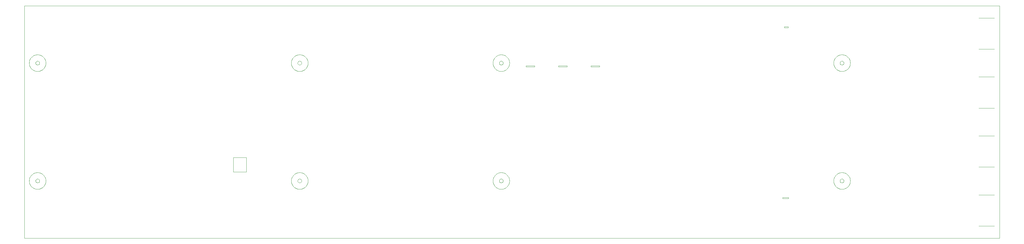
<source format=gts>
*%FSLAX23Y23*%
*%MOIN*%
G01*
D11*
X4162Y8532D02*
X15879D01*
Y5737D02*
X4162D01*
X15879D02*
Y8532D01*
X4162D02*
Y5737D01*
D30*
X15651Y6880D02*
D03*
Y7388D02*
D03*
Y7588D02*
D03*
Y8098D02*
D03*
Y8298D02*
D03*
X15811Y6960D02*
D03*
Y6880D02*
D03*
Y7388D02*
D03*
Y7588D02*
D03*
Y7668D02*
D03*
Y7308D02*
D03*
Y8098D02*
D03*
Y8298D02*
D03*
Y8378D02*
D03*
Y8018D02*
D03*
X15711Y6960D02*
D03*
X15731Y6880D02*
D03*
Y7388D02*
D03*
Y7588D02*
D03*
X15711Y7668D02*
D03*
Y7308D02*
D03*
X15731Y8098D02*
D03*
Y8298D02*
D03*
X15711Y8378D02*
D03*
Y8018D02*
D03*
X15651Y6171D02*
D03*
Y5971D02*
D03*
Y6680D02*
D03*
X15811Y5891D02*
D03*
Y6251D02*
D03*
Y6171D02*
D03*
Y5971D02*
D03*
Y6600D02*
D03*
Y6680D02*
D03*
X15711Y5891D02*
D03*
Y6251D02*
D03*
X15731Y6171D02*
D03*
Y5971D02*
D03*
X15711Y6600D02*
D03*
X15731Y6680D02*
D03*
X15446Y6915D02*
D03*
Y7623D02*
D03*
X15436Y7408D02*
D03*
X15446Y8333D02*
D03*
X15436Y8118D02*
D03*
X15571Y6880D02*
D03*
X15611Y6960D02*
D03*
X15571Y7388D02*
D03*
X15611Y7668D02*
D03*
Y7308D02*
D03*
X15571Y7588D02*
D03*
Y8098D02*
D03*
X15611Y8378D02*
D03*
Y8018D02*
D03*
X15571Y8298D02*
D03*
X15501Y6890D02*
D03*
Y7598D02*
D03*
Y7393D02*
D03*
Y8308D02*
D03*
Y8103D02*
D03*
X15436Y5991D02*
D03*
X15446Y6206D02*
D03*
X15436Y6700D02*
D03*
X15571Y6171D02*
D03*
X15611Y5891D02*
D03*
Y6251D02*
D03*
X15571Y5971D02*
D03*
X15611Y6600D02*
D03*
X15571Y6680D02*
D03*
X15501Y5976D02*
D03*
Y6181D02*
D03*
Y6685D02*
D03*
X15336Y8458D02*
D03*
X15251Y6960D02*
D03*
Y7668D02*
D03*
Y7408D02*
D03*
Y7208D02*
D03*
Y7273D02*
D03*
Y7343D02*
D03*
Y7468D02*
D03*
Y8378D02*
D03*
Y8118D02*
D03*
Y7918D02*
D03*
Y7983D02*
D03*
Y8053D02*
D03*
Y8178D02*
D03*
X15386Y6940D02*
D03*
Y7648D02*
D03*
X15376Y7433D02*
D03*
X15386Y8358D02*
D03*
X15376Y8143D02*
D03*
X15321Y6955D02*
D03*
Y7663D02*
D03*
Y7458D02*
D03*
Y8373D02*
D03*
Y8168D02*
D03*
X15336Y7748D02*
D03*
Y7040D02*
D03*
X15251Y6051D02*
D03*
Y5926D02*
D03*
Y5856D02*
D03*
Y5791D02*
D03*
Y5991D02*
D03*
Y6251D02*
D03*
Y6760D02*
D03*
Y6635D02*
D03*
Y6565D02*
D03*
Y6500D02*
D03*
Y6700D02*
D03*
X15376Y6016D02*
D03*
X15386Y6231D02*
D03*
X15376Y6725D02*
D03*
X15321Y6041D02*
D03*
Y6246D02*
D03*
Y6750D02*
D03*
X15336Y6331D02*
D03*
X15061Y7208D02*
D03*
Y7408D02*
D03*
Y7468D02*
D03*
Y7668D02*
D03*
Y7918D02*
D03*
Y8118D02*
D03*
Y8178D02*
D03*
Y8378D02*
D03*
X15061Y6960D02*
D03*
X15186Y7208D02*
D03*
Y7408D02*
D03*
Y7468D02*
D03*
Y7918D02*
D03*
Y8118D02*
D03*
Y8178D02*
D03*
X15121Y6960D02*
D03*
Y7208D02*
D03*
Y7408D02*
D03*
Y7468D02*
D03*
Y7668D02*
D03*
Y7918D02*
D03*
Y8118D02*
D03*
Y8178D02*
D03*
Y8378D02*
D03*
X15061Y6251D02*
D03*
Y6051D02*
D03*
Y5991D02*
D03*
Y5791D02*
D03*
Y6760D02*
D03*
Y6700D02*
D03*
Y6500D02*
D03*
X15186Y6051D02*
D03*
Y5991D02*
D03*
Y5791D02*
D03*
Y6760D02*
D03*
Y6700D02*
D03*
Y6500D02*
D03*
X15121Y6251D02*
D03*
Y6051D02*
D03*
Y5991D02*
D03*
Y5791D02*
D03*
Y6760D02*
D03*
Y6700D02*
D03*
Y6500D02*
D03*
X15016Y8483D02*
D03*
X14901Y8448D02*
D03*
X15026Y8423D02*
D03*
X14946Y8448D02*
D03*
X15001Y7468D02*
D03*
X15026Y7005D02*
D03*
X15001Y6960D02*
D03*
X15016Y7065D02*
D03*
X15001Y7408D02*
D03*
Y7208D02*
D03*
Y7668D02*
D03*
Y8118D02*
D03*
Y7918D02*
D03*
Y8378D02*
D03*
Y8178D02*
D03*
X14901Y7030D02*
D03*
Y7738D02*
D03*
X14931Y7438D02*
D03*
Y8148D02*
D03*
X15026Y7713D02*
D03*
X15016Y7773D02*
D03*
X14946Y7738D02*
D03*
Y7030D02*
D03*
X15001Y6051D02*
D03*
Y6251D02*
D03*
Y5791D02*
D03*
Y5991D02*
D03*
X15016Y6356D02*
D03*
X15001Y6760D02*
D03*
Y6500D02*
D03*
Y6700D02*
D03*
X14931Y6021D02*
D03*
X14901Y6321D02*
D03*
X14931Y6730D02*
D03*
X15026Y6296D02*
D03*
X14946Y6321D02*
D03*
X14686Y6915D02*
D03*
Y7623D02*
D03*
Y7313D02*
D03*
Y8333D02*
D03*
Y8023D02*
D03*
X14736Y7363D02*
D03*
Y8073D02*
D03*
X14686Y5896D02*
D03*
Y6206D02*
D03*
Y6605D02*
D03*
X14736Y5946D02*
D03*
Y6655D02*
D03*
X14464Y7705D02*
D03*
Y7002D02*
D03*
X14496Y8253D02*
D03*
X14493Y7107D02*
D03*
Y7147D02*
D03*
Y7187D02*
D03*
Y7227D02*
D03*
Y7267D02*
D03*
Y7307D02*
D03*
Y7547D02*
D03*
Y7817D02*
D03*
Y7857D02*
D03*
Y7897D02*
D03*
Y7937D02*
D03*
Y7977D02*
D03*
Y8057D02*
D03*
Y8017D02*
D03*
X14606Y7353D02*
D03*
X14496Y7383D02*
D03*
Y7493D02*
D03*
X14496Y8093D02*
D03*
Y8203D02*
D03*
X14606Y7413D02*
D03*
Y7463D02*
D03*
Y8123D02*
D03*
Y8173D02*
D03*
X14606Y8063D02*
D03*
X14464Y6295D02*
D03*
X14493Y5767D02*
D03*
Y5807D02*
D03*
Y5847D02*
D03*
Y5887D02*
D03*
Y5927D02*
D03*
Y6127D02*
D03*
Y6277D02*
D03*
Y6387D02*
D03*
Y6427D02*
D03*
Y6467D02*
D03*
Y6507D02*
D03*
Y6547D02*
D03*
Y6587D02*
D03*
Y6827D02*
D03*
X14606Y5936D02*
D03*
Y6645D02*
D03*
X14496Y6076D02*
D03*
Y5966D02*
D03*
X14496Y6675D02*
D03*
Y6785D02*
D03*
X14606Y6046D02*
D03*
Y5996D02*
D03*
Y6755D02*
D03*
Y6705D02*
D03*
X14256Y7547D02*
D03*
X14265Y8111D02*
D03*
X14360Y8055D02*
D03*
X14288Y7461D02*
D03*
X14281Y7328D02*
D03*
X14293Y7599D02*
D03*
X14397Y7492D02*
D03*
X14399Y8199D02*
D03*
X14398Y8084D02*
D03*
X14331Y7359D02*
D03*
X14342Y7480D02*
D03*
X14388Y7377D02*
D03*
X14320Y7655D02*
D03*
X14335Y7715D02*
D03*
X14341Y7778D02*
D03*
X14352Y8185D02*
D03*
X14306Y8156D02*
D03*
X14341Y7888D02*
D03*
Y7833D02*
D03*
Y7998D02*
D03*
Y7943D02*
D03*
X14451Y7383D02*
D03*
Y7493D02*
D03*
X14451Y8093D02*
D03*
Y8203D02*
D03*
X14446Y6915D02*
D03*
Y7623D02*
D03*
Y8333D02*
D03*
X14256Y6622D02*
D03*
X14265Y6058D02*
D03*
X14293Y6570D02*
D03*
X14280Y6840D02*
D03*
X14287Y6707D02*
D03*
X14399Y5970D02*
D03*
X14398Y6085D02*
D03*
X14396Y6676D02*
D03*
X14387Y6791D02*
D03*
X14320Y6514D02*
D03*
X14335Y6454D02*
D03*
X14341Y6226D02*
D03*
Y6281D02*
D03*
Y6331D02*
D03*
Y6391D02*
D03*
X14352Y5984D02*
D03*
X14360Y6114D02*
D03*
X14341Y6171D02*
D03*
X14306Y6013D02*
D03*
X14341Y6688D02*
D03*
X14330Y6809D02*
D03*
X14451Y6076D02*
D03*
Y5966D02*
D03*
X14451Y6675D02*
D03*
Y6785D02*
D03*
X14446Y6206D02*
D03*
X14061Y7277D02*
D03*
X14060Y6891D02*
D03*
X14152Y7352D02*
D03*
X14231Y8384D02*
D03*
X14104Y7175D02*
D03*
X14103Y6993D02*
D03*
X14201Y7240D02*
D03*
X14238Y7432D02*
D03*
X14240Y7285D02*
D03*
X14213Y7505D02*
D03*
X14239Y8057D02*
D03*
X14231Y7888D02*
D03*
Y7833D02*
D03*
Y7998D02*
D03*
Y7943D02*
D03*
X14200Y6928D02*
D03*
X14239Y6884D02*
D03*
X14111Y7308D02*
D03*
X14154Y7204D02*
D03*
X14191Y7396D02*
D03*
X14164Y7470D02*
D03*
X14109Y7445D02*
D03*
X14106Y7564D02*
D03*
X14153Y6964D02*
D03*
X14110Y6860D02*
D03*
X14099Y8119D02*
D03*
X14158Y7604D02*
D03*
X14198Y7655D02*
D03*
X14223Y7714D02*
D03*
X14231Y7778D02*
D03*
X14198Y6514D02*
D03*
X14223Y6455D02*
D03*
X14213Y6664D02*
D03*
X14231Y6226D02*
D03*
Y6281D02*
D03*
Y6331D02*
D03*
Y6391D02*
D03*
X14239Y6112D02*
D03*
X14231Y6171D02*
D03*
X14237Y6736D02*
D03*
X14190Y6772D02*
D03*
X14158Y6565D02*
D03*
X14164Y6699D02*
D03*
X14109Y6724D02*
D03*
X14106Y6605D02*
D03*
X14151Y6817D02*
D03*
X13870Y7143D02*
D03*
Y7253D02*
D03*
X13871Y7423D02*
D03*
Y7533D02*
D03*
X13870Y6915D02*
D03*
Y7025D02*
D03*
X14050Y7541D02*
D03*
X14047Y7013D02*
D03*
X13997Y7257D02*
D03*
X14050Y7156D02*
D03*
X14052Y7428D02*
D03*
X13995Y6912D02*
D03*
X13988Y7024D02*
D03*
X13931Y6915D02*
D03*
Y7025D02*
D03*
X13991Y7144D02*
D03*
X13931Y7143D02*
D03*
Y7253D02*
D03*
Y7533D02*
D03*
X13991D02*
D03*
X13931Y7423D02*
D03*
X13991D02*
D03*
X14010Y8210D02*
D03*
X13871Y6746D02*
D03*
Y6636D02*
D03*
X14002Y5987D02*
D03*
X13973Y6131D02*
D03*
X14008Y5810D02*
D03*
X14052Y6741D02*
D03*
X14050Y6628D02*
D03*
X13931Y6636D02*
D03*
X13991D02*
D03*
X13931Y6746D02*
D03*
X13991D02*
D03*
X13933Y6130D02*
D03*
X13739Y7691D02*
D03*
X13719Y7855D02*
D03*
X13752D02*
D03*
X13803Y8063D02*
D03*
X13851Y8061D02*
D03*
X13810Y8209D02*
D03*
X13748Y6155D02*
D03*
X13747Y6301D02*
D03*
X13800Y6295D02*
D03*
X13753Y6226D02*
D03*
X13742Y6198D02*
D03*
X13802Y6015D02*
D03*
X13702Y6030D02*
D03*
X13485Y8306D02*
D03*
Y8239D02*
D03*
Y8373D02*
D03*
X13501Y7636D02*
D03*
X13497Y8168D02*
D03*
X13501Y7518D02*
D03*
X13501Y7479D02*
D03*
Y7203D02*
D03*
Y7085D02*
D03*
Y7046D02*
D03*
X13540Y6888D02*
D03*
Y7676D02*
D03*
Y7321D02*
D03*
Y7361D02*
D03*
X13639Y8133D02*
D03*
X13540Y7085D02*
D03*
Y7597D02*
D03*
Y7558D02*
D03*
Y7282D02*
D03*
Y7243D02*
D03*
Y7046D02*
D03*
Y7007D02*
D03*
X13639Y7798D02*
D03*
X13580Y7125D02*
D03*
X13501Y6967D02*
D03*
X13501Y7164D02*
D03*
X13493Y5770D02*
D03*
X13563Y6423D02*
D03*
X13501Y6652D02*
D03*
Y6731D02*
D03*
Y6692D02*
D03*
Y6613D02*
D03*
Y6573D02*
D03*
X13556Y6282D02*
D03*
Y6211D02*
D03*
Y6136D02*
D03*
Y6066D02*
D03*
X13560Y5995D02*
D03*
X13548Y5924D02*
D03*
Y5857D02*
D03*
Y5790D02*
D03*
X13540Y6573D02*
D03*
X13540Y6613D02*
D03*
X13540Y6810D02*
D03*
Y6770D02*
D03*
X13304Y7676D02*
D03*
X13304Y7125D02*
D03*
Y7440D02*
D03*
X13383Y7518D02*
D03*
X13462Y7400D02*
D03*
X13422Y7558D02*
D03*
X13462Y7597D02*
D03*
X13462Y7007D02*
D03*
X13462Y7203D02*
D03*
Y7479D02*
D03*
X13383Y7085D02*
D03*
X13343D02*
D03*
X13343Y7125D02*
D03*
Y7518D02*
D03*
X13422Y6888D02*
D03*
X13462Y7243D02*
D03*
Y7046D02*
D03*
X13343Y7676D02*
D03*
X13383Y7676D02*
D03*
X13422D02*
D03*
X13462D02*
D03*
X13343Y7243D02*
D03*
X13316Y8136D02*
D03*
X13454Y7861D02*
D03*
X13462Y7164D02*
D03*
X13344D02*
D03*
X13304D02*
D03*
X13383Y7124D02*
D03*
X13422Y7085D02*
D03*
X13304Y6573D02*
D03*
Y6770D02*
D03*
Y6652D02*
D03*
Y6692D02*
D03*
Y6613D02*
D03*
X13462Y6770D02*
D03*
X13343Y6692D02*
D03*
Y6652D02*
D03*
X13383Y6652D02*
D03*
X13422Y6692D02*
D03*
X13462D02*
D03*
X13343Y6613D02*
D03*
X13383D02*
D03*
X13422D02*
D03*
X13462Y6573D02*
D03*
X13343D02*
D03*
X13383D02*
D03*
X13422D02*
D03*
X13462Y6534D02*
D03*
X13383Y6731D02*
D03*
X13462Y6652D02*
D03*
X13343Y6018D02*
D03*
X13107Y7007D02*
D03*
Y7046D02*
D03*
Y7085D02*
D03*
Y7164D02*
D03*
Y7243D02*
D03*
Y7282D02*
D03*
Y6967D02*
D03*
Y7361D02*
D03*
X13147Y7479D02*
D03*
X13186Y7636D02*
D03*
X13147Y6967D02*
D03*
Y7282D02*
D03*
Y7085D02*
D03*
Y7164D02*
D03*
Y6888D02*
D03*
X13186D02*
D03*
X13265Y7400D02*
D03*
X13147Y7007D02*
D03*
Y7046D02*
D03*
Y7125D02*
D03*
Y7203D02*
D03*
Y7243D02*
D03*
X13186Y7361D02*
D03*
X13147D02*
D03*
Y6928D02*
D03*
X13265Y7440D02*
D03*
X13225Y8034D02*
D03*
X13158Y7869D02*
D03*
X13151Y7786D02*
D03*
X13225Y7361D02*
D03*
Y6888D02*
D03*
Y6967D02*
D03*
Y7007D02*
D03*
Y7046D02*
D03*
Y7085D02*
D03*
Y7125D02*
D03*
Y7164D02*
D03*
Y7203D02*
D03*
Y7243D02*
D03*
Y7282D02*
D03*
Y7321D02*
D03*
Y6928D02*
D03*
X13095Y6286D02*
D03*
X13107Y6770D02*
D03*
Y6731D02*
D03*
Y6692D02*
D03*
X13127Y6286D02*
D03*
X13237Y5904D02*
D03*
X13225Y6652D02*
D03*
X13265D02*
D03*
X13147Y6770D02*
D03*
X13186Y6731D02*
D03*
X13265D02*
D03*
X13147Y6692D02*
D03*
X13186Y6692D02*
D03*
X13225D02*
D03*
X13265Y6692D02*
D03*
X13186Y6613D02*
D03*
X13225Y6731D02*
D03*
X13186Y6770D02*
D03*
X13158Y5814D02*
D03*
X13068Y7046D02*
D03*
Y7085D02*
D03*
Y7125D02*
D03*
Y7164D02*
D03*
Y7203D02*
D03*
Y7007D02*
D03*
Y6967D02*
D03*
Y7282D02*
D03*
Y7479D02*
D03*
Y7361D02*
D03*
Y6692D02*
D03*
X12910Y7518D02*
D03*
Y7203D02*
D03*
Y7046D02*
D03*
Y7007D02*
D03*
Y7125D02*
D03*
Y7164D02*
D03*
Y7085D02*
D03*
Y7282D02*
D03*
Y7558D02*
D03*
X12910D02*
D03*
X12910Y6967D02*
D03*
Y7361D02*
D03*
X12910Y7825D02*
D03*
X12950Y7164D02*
D03*
X12989Y7125D02*
D03*
X13029Y7085D02*
D03*
Y7125D02*
D03*
X12989Y7164D02*
D03*
X12950Y7203D02*
D03*
Y7243D02*
D03*
X12989Y7203D02*
D03*
X13029Y7164D02*
D03*
Y7203D02*
D03*
X12989Y7243D02*
D03*
X13029D02*
D03*
X12950Y7085D02*
D03*
X13029Y7046D02*
D03*
X12989Y7085D02*
D03*
Y7046D02*
D03*
Y7007D02*
D03*
X13029D02*
D03*
X12950D02*
D03*
Y7046D02*
D03*
Y7125D02*
D03*
X12989Y6967D02*
D03*
X12950D02*
D03*
Y7282D02*
D03*
X12989D02*
D03*
X13029D02*
D03*
X12950Y7361D02*
D03*
X13029D02*
D03*
X12950Y7558D02*
D03*
Y7518D02*
D03*
X12950D02*
D03*
X12950Y7558D02*
D03*
X13029Y6967D02*
D03*
X12989Y6888D02*
D03*
X12989Y6928D02*
D03*
X12950Y7636D02*
D03*
Y7597D02*
D03*
X12910Y7636D02*
D03*
X12950Y7479D02*
D03*
X12910Y7597D02*
D03*
X12950Y7400D02*
D03*
X12910D02*
D03*
Y7479D02*
D03*
Y7440D02*
D03*
X12950D02*
D03*
X12891Y6109D02*
D03*
X12914Y6129D02*
D03*
X12918Y5892D02*
D03*
Y5932D02*
D03*
X12910Y6652D02*
D03*
Y6613D02*
D03*
Y6692D02*
D03*
X12985Y6188D02*
D03*
X12962Y6168D02*
D03*
X12938Y6148D02*
D03*
X13060Y6286D02*
D03*
X13056Y6247D02*
D03*
X13032Y6227D02*
D03*
X13009Y6207D02*
D03*
X12946Y5912D02*
D03*
Y5873D02*
D03*
X12989Y6570D02*
D03*
X12950Y6731D02*
D03*
Y6652D02*
D03*
X12989D02*
D03*
X13029Y6652D02*
D03*
X12950Y6613D02*
D03*
X12989Y6731D02*
D03*
X12950Y6692D02*
D03*
X12989Y6692D02*
D03*
X13029D02*
D03*
X13029Y6613D02*
D03*
X13029Y6770D02*
D03*
X12942Y6077D02*
D03*
X12989Y6416D02*
D03*
X13009Y6077D02*
D03*
X12717Y8357D02*
D03*
X12717Y8160D02*
D03*
Y8199D02*
D03*
X12717Y8239D02*
D03*
X12714Y7518D02*
D03*
X12714Y7676D02*
D03*
X12714Y7518D02*
D03*
Y7597D02*
D03*
Y7558D02*
D03*
Y7440D02*
D03*
Y7125D02*
D03*
X12714Y7164D02*
D03*
X12714Y7400D02*
D03*
Y7361D02*
D03*
Y7636D02*
D03*
X12757Y8357D02*
D03*
X12757Y8199D02*
D03*
X12757Y8318D02*
D03*
X12832Y7597D02*
D03*
X12792D02*
D03*
Y7479D02*
D03*
X12761Y7999D02*
D03*
X12792Y7636D02*
D03*
X12871Y7243D02*
D03*
X12832Y7282D02*
D03*
Y6967D02*
D03*
X12871Y7007D02*
D03*
Y7046D02*
D03*
Y7085D02*
D03*
Y7164D02*
D03*
Y7203D02*
D03*
Y6967D02*
D03*
X12832Y7243D02*
D03*
Y7046D02*
D03*
Y7085D02*
D03*
X12753Y7361D02*
D03*
X12792D02*
D03*
X12832D02*
D03*
X12753Y7243D02*
D03*
Y7282D02*
D03*
Y7321D02*
D03*
X12871Y7361D02*
D03*
X12753Y7085D02*
D03*
Y7007D02*
D03*
Y6967D02*
D03*
Y6928D02*
D03*
Y6888D02*
D03*
X12792D02*
D03*
X12832D02*
D03*
X12753Y7558D02*
D03*
X12871D02*
D03*
Y7518D02*
D03*
X12832Y7558D02*
D03*
Y7518D02*
D03*
X12792Y7558D02*
D03*
X12753Y7636D02*
D03*
Y7597D02*
D03*
Y7518D02*
D03*
Y7479D02*
D03*
X12832Y7636D02*
D03*
Y7597D02*
D03*
X12792D02*
D03*
X12753Y7636D02*
D03*
X12832Y7007D02*
D03*
Y7203D02*
D03*
Y7164D02*
D03*
Y7125D02*
D03*
X12753Y7164D02*
D03*
Y7203D02*
D03*
Y7046D02*
D03*
X12871Y7282D02*
D03*
X12832Y6928D02*
D03*
X12879Y8199D02*
D03*
X12792Y7676D02*
D03*
X12851Y7723D02*
D03*
X12879Y8121D02*
D03*
X12832Y7479D02*
D03*
X12714D02*
D03*
X12871Y7636D02*
D03*
Y7597D02*
D03*
X12710Y6266D02*
D03*
X12714Y6573D02*
D03*
Y6534D02*
D03*
X12824Y5971D02*
D03*
Y6010D02*
D03*
Y5794D02*
D03*
Y5833D02*
D03*
X12847Y6030D02*
D03*
Y5991D02*
D03*
Y5853D02*
D03*
Y5814D02*
D03*
X12832Y6770D02*
D03*
X12792Y6613D02*
D03*
Y6652D02*
D03*
X12832Y6613D02*
D03*
X12871D02*
D03*
X12792Y6573D02*
D03*
X12832Y6573D02*
D03*
X12871D02*
D03*
X12832Y6692D02*
D03*
X12753Y6731D02*
D03*
X12792Y6692D02*
D03*
X12871Y6692D02*
D03*
X12871Y6054D02*
D03*
X12517Y7243D02*
D03*
Y7361D02*
D03*
X12517Y7597D02*
D03*
Y7400D02*
D03*
X12517Y7440D02*
D03*
X12517Y7479D02*
D03*
Y7558D02*
D03*
Y7558D02*
D03*
Y7321D02*
D03*
Y7282D02*
D03*
Y7125D02*
D03*
Y7007D02*
D03*
Y6888D02*
D03*
X12517Y7203D02*
D03*
X12517Y7636D02*
D03*
X12521Y8318D02*
D03*
X12678Y8357D02*
D03*
Y8160D02*
D03*
Y8199D02*
D03*
X12639Y8318D02*
D03*
Y8199D02*
D03*
X12560Y8357D02*
D03*
X12599Y8278D02*
D03*
X12635Y7597D02*
D03*
X12674Y7558D02*
D03*
Y7518D02*
D03*
X12595Y7597D02*
D03*
X12556Y7558D02*
D03*
X12595Y7518D02*
D03*
Y7007D02*
D03*
X12560Y8121D02*
D03*
X12599Y8199D02*
D03*
X12635Y7282D02*
D03*
X12674Y7518D02*
D03*
Y7440D02*
D03*
X12595Y7479D02*
D03*
X12556Y7243D02*
D03*
X12635Y7636D02*
D03*
X12556Y7518D02*
D03*
Y7518D02*
D03*
X12595Y7597D02*
D03*
X12635D02*
D03*
X12595Y7676D02*
D03*
X12674Y7558D02*
D03*
X12556Y7440D02*
D03*
X12556Y7400D02*
D03*
X12595Y7400D02*
D03*
X12635D02*
D03*
X12556Y7361D02*
D03*
X12595D02*
D03*
X12635D02*
D03*
X12556Y7321D02*
D03*
X12595D02*
D03*
X12556Y7282D02*
D03*
X12595D02*
D03*
X12556Y7203D02*
D03*
X12595D02*
D03*
X12635D02*
D03*
X12556Y7164D02*
D03*
X12595D02*
D03*
X12635D02*
D03*
X12556Y7125D02*
D03*
X12595D02*
D03*
X12635D02*
D03*
X12674D02*
D03*
Y7203D02*
D03*
X12674Y7361D02*
D03*
X12595Y7440D02*
D03*
X12595Y6928D02*
D03*
X12556D02*
D03*
Y6888D02*
D03*
X12595D02*
D03*
X12595Y7243D02*
D03*
X12635D02*
D03*
Y7321D02*
D03*
X12615Y7751D02*
D03*
X12595Y7636D02*
D03*
X12560Y8239D02*
D03*
X12580Y7888D02*
D03*
X12639Y8239D02*
D03*
X12560Y8160D02*
D03*
X12599D02*
D03*
X12639Y8081D02*
D03*
X12595Y7558D02*
D03*
X12674Y7636D02*
D03*
Y7597D02*
D03*
X12556Y7636D02*
D03*
Y7597D02*
D03*
X12635Y7558D02*
D03*
Y7518D02*
D03*
X12517Y6770D02*
D03*
X12517Y6652D02*
D03*
Y6573D02*
D03*
Y6613D02*
D03*
Y6849D02*
D03*
Y6810D02*
D03*
Y6731D02*
D03*
Y6692D02*
D03*
X12521Y5794D02*
D03*
X12525Y5912D02*
D03*
X12690Y6207D02*
D03*
Y6168D02*
D03*
Y6129D02*
D03*
Y6089D02*
D03*
Y6050D02*
D03*
X12548Y5814D02*
D03*
X12572Y5833D02*
D03*
X12595Y5853D02*
D03*
X12619Y5873D02*
D03*
X12548Y5932D02*
D03*
X12572Y5951D02*
D03*
X12595Y5971D02*
D03*
X12619Y5991D02*
D03*
X12643Y6010D02*
D03*
X12666Y6030D02*
D03*
X12662Y6227D02*
D03*
X12686Y6247D02*
D03*
X12662Y6188D02*
D03*
Y6148D02*
D03*
Y6070D02*
D03*
X12643Y5892D02*
D03*
X12682Y6286D02*
D03*
X12662Y6109D02*
D03*
X12674Y6810D02*
D03*
X12556Y6731D02*
D03*
X12635Y6849D02*
D03*
X12674Y6652D02*
D03*
X12635Y6692D02*
D03*
X12635Y6731D02*
D03*
X12674Y6613D02*
D03*
X12635Y6652D02*
D03*
X12674Y6573D02*
D03*
X12635Y6613D02*
D03*
X12635Y6810D02*
D03*
X12595Y6849D02*
D03*
Y6573D02*
D03*
X12595Y6652D02*
D03*
X12556D02*
D03*
X12595Y6613D02*
D03*
X12556Y6573D02*
D03*
Y6613D02*
D03*
Y6849D02*
D03*
Y6810D02*
D03*
X12595Y6810D02*
D03*
X12556Y6770D02*
D03*
X12635Y6770D02*
D03*
X12595Y6731D02*
D03*
Y6692D02*
D03*
X12595Y6770D02*
D03*
X12556Y6692D02*
D03*
X12324Y7794D02*
D03*
Y8239D02*
D03*
Y8160D02*
D03*
X12477Y7203D02*
D03*
X12442Y8357D02*
D03*
X12438Y7282D02*
D03*
X12481Y8357D02*
D03*
X12363Y8318D02*
D03*
X12403Y8278D02*
D03*
X12395Y7680D02*
D03*
X12477Y7636D02*
D03*
X12438Y7479D02*
D03*
X12387Y7381D02*
D03*
X12477Y7479D02*
D03*
X12438Y7203D02*
D03*
X12363Y7125D02*
D03*
X12477Y7046D02*
D03*
X12481Y8239D02*
D03*
X12442D02*
D03*
X12363D02*
D03*
X12481Y8121D02*
D03*
X12442D02*
D03*
X12363D02*
D03*
X12477Y7125D02*
D03*
Y7676D02*
D03*
Y7558D02*
D03*
Y7558D02*
D03*
Y7400D02*
D03*
Y7321D02*
D03*
Y6888D02*
D03*
Y6928D02*
D03*
X12438Y7046D02*
D03*
Y6888D02*
D03*
X12363Y7440D02*
D03*
X12477Y7361D02*
D03*
X12438Y7719D02*
D03*
X12403Y8160D02*
D03*
X12481D02*
D03*
X12438Y7676D02*
D03*
X12442Y8003D02*
D03*
X12477Y7597D02*
D03*
X12332Y6404D02*
D03*
X12438Y6573D02*
D03*
X12477Y6810D02*
D03*
X12438Y6652D02*
D03*
X12399D02*
D03*
X12477Y6573D02*
D03*
Y6849D02*
D03*
Y6731D02*
D03*
Y6692D02*
D03*
X12477Y6613D02*
D03*
X12438Y6731D02*
D03*
Y6613D02*
D03*
X12481Y6652D02*
D03*
X12403Y6404D02*
D03*
X12127Y7144D02*
D03*
X12206Y8199D02*
D03*
X12245D02*
D03*
Y8318D02*
D03*
X12284Y8160D02*
D03*
Y8199D02*
D03*
Y8239D02*
D03*
X12245Y8121D02*
D03*
Y8160D02*
D03*
Y8239D02*
D03*
Y8278D02*
D03*
X12284D02*
D03*
Y8239D02*
D03*
X12206Y8121D02*
D03*
Y8081D02*
D03*
Y8042D02*
D03*
X12166Y8278D02*
D03*
Y8199D02*
D03*
Y8239D02*
D03*
X12245Y8003D02*
D03*
X12284Y8081D02*
D03*
X12265Y7794D02*
D03*
X12151Y7125D02*
D03*
X11922Y7172D02*
D03*
X11934Y7967D02*
D03*
X11934Y8007D02*
D03*
Y8125D02*
D03*
Y8085D02*
D03*
Y8321D02*
D03*
Y8203D02*
D03*
Y8243D02*
D03*
X12103Y8097D02*
D03*
X12044Y7896D02*
D03*
X11973Y8361D02*
D03*
X12013Y8164D02*
D03*
X11973Y8085D02*
D03*
Y8321D02*
D03*
Y8282D02*
D03*
Y8203D02*
D03*
Y8164D02*
D03*
Y8243D02*
D03*
X12056Y7333D02*
D03*
X12092Y8231D02*
D03*
X11997Y7396D02*
D03*
X11942Y5987D02*
D03*
X11938Y6321D02*
D03*
X11954Y6140D02*
D03*
X11942Y5904D02*
D03*
X11761Y7319D02*
D03*
Y7288D02*
D03*
Y7355D02*
D03*
X11737Y8361D02*
D03*
X11737Y8125D02*
D03*
Y8243D02*
D03*
Y8164D02*
D03*
X11816Y8007D02*
D03*
X11895Y8125D02*
D03*
X11855Y8282D02*
D03*
X11895Y8282D02*
D03*
X11895Y8164D02*
D03*
X11816Y8321D02*
D03*
X11895Y8085D02*
D03*
X11816Y8125D02*
D03*
Y8243D02*
D03*
X11777Y8282D02*
D03*
X11780Y6959D02*
D03*
X11773Y6999D02*
D03*
X11765Y7073D02*
D03*
X11769Y7038D02*
D03*
X11749Y6853D02*
D03*
X11816Y8164D02*
D03*
X11855Y8203D02*
D03*
Y8164D02*
D03*
X11895Y8243D02*
D03*
X11832Y6833D02*
D03*
X11800Y6321D02*
D03*
X11867Y5932D02*
D03*
X11903Y6093D02*
D03*
X11859Y6156D02*
D03*
X11832Y5947D02*
D03*
Y5849D02*
D03*
X11899Y6384D02*
D03*
X11863Y6117D02*
D03*
X11800Y6790D02*
D03*
X11823Y6109D02*
D03*
X11536Y7833D02*
D03*
X11540Y8282D02*
D03*
Y8164D02*
D03*
Y8203D02*
D03*
Y8125D02*
D03*
X11540Y8085D02*
D03*
Y8243D02*
D03*
X11567Y6983D02*
D03*
X11566Y7465D02*
D03*
X11674Y7345D02*
D03*
X11560Y7314D02*
D03*
X11698Y8361D02*
D03*
X11658Y7967D02*
D03*
X11698Y8007D02*
D03*
X11619Y7967D02*
D03*
Y8282D02*
D03*
X11580Y8007D02*
D03*
Y8321D02*
D03*
X11580Y8243D02*
D03*
X11698Y8125D02*
D03*
X11619D02*
D03*
Y8243D02*
D03*
X11698D02*
D03*
X11698Y8046D02*
D03*
X11580Y8164D02*
D03*
X11658D02*
D03*
X11521Y6719D02*
D03*
Y6845D02*
D03*
X11591Y6718D02*
D03*
X11584Y6687D02*
D03*
X11559Y6219D02*
D03*
X11712Y5814D02*
D03*
X11556Y6798D02*
D03*
X11710Y6010D02*
D03*
X11662Y6066D02*
D03*
X11609Y5901D02*
D03*
Y5952D02*
D03*
X11710Y5896D02*
D03*
X11501Y8203D02*
D03*
X11501Y8007D02*
D03*
X11501Y8243D02*
D03*
X11501Y8164D02*
D03*
X11509Y6688D02*
D03*
X11332Y7755D02*
D03*
X11442Y7396D02*
D03*
Y6904D02*
D03*
X11422Y8243D02*
D03*
X11462Y8125D02*
D03*
Y8085D02*
D03*
Y8243D02*
D03*
X11462Y8164D02*
D03*
Y8282D02*
D03*
X11422Y8085D02*
D03*
Y8046D02*
D03*
Y8125D02*
D03*
X11422Y8282D02*
D03*
X11485Y5987D02*
D03*
X11143Y8416D02*
D03*
X11135Y6908D02*
D03*
Y7384D02*
D03*
X11308Y6983D02*
D03*
Y7467D02*
D03*
X11296Y8199D02*
D03*
X11162Y7302D02*
D03*
X11237Y6896D02*
D03*
X11265Y7247D02*
D03*
X11237Y7278D02*
D03*
Y7353D02*
D03*
X11261Y7755D02*
D03*
X11261Y7951D02*
D03*
X11214Y7251D02*
D03*
X11162Y7384D02*
D03*
Y6908D02*
D03*
X11296Y8129D02*
D03*
X11265Y6774D02*
D03*
X11237Y6798D02*
D03*
X11162Y6821D02*
D03*
X11214Y6774D02*
D03*
X10993Y8416D02*
D03*
X10962Y8085D02*
D03*
X11111Y7566D02*
D03*
X11119Y7101D02*
D03*
X11032Y6865D02*
D03*
X10996Y7219D02*
D03*
X11110Y8044D02*
D03*
X11111Y7519D02*
D03*
X11111Y7042D02*
D03*
X11029Y7321D02*
D03*
X11123Y7251D02*
D03*
X10934Y5901D02*
D03*
X10944Y5833D02*
D03*
X11083Y6219D02*
D03*
X11123Y6774D02*
D03*
X10996Y6761D02*
D03*
X11048Y6188D02*
D03*
X11056Y6067D02*
D03*
X10828Y8066D02*
D03*
X10804Y6928D02*
D03*
X10800Y6991D02*
D03*
X10769Y7290D02*
D03*
X10808Y7066D02*
D03*
X10769Y6833D02*
D03*
X10540Y8160D02*
D03*
X10631Y7951D02*
D03*
X10721Y8160D02*
D03*
X10438Y8066D02*
D03*
X10151Y6963D02*
D03*
X10151Y8160D02*
D03*
X10190Y6963D02*
D03*
X10241Y7947D02*
D03*
X10332Y8160D02*
D03*
X10229Y7105D02*
D03*
X10165Y5942D02*
D03*
X9954Y7105D02*
D03*
X10072Y6963D02*
D03*
X10111Y6963D02*
D03*
X9993Y6963D02*
D03*
X10032D02*
D03*
X9757Y6963D02*
D03*
X9875Y6963D02*
D03*
X9914D02*
D03*
X9796D02*
D03*
X9836D02*
D03*
X9560D02*
D03*
X9717D02*
D03*
X9599Y6963D02*
D03*
X9639Y6963D02*
D03*
X9678Y7105D02*
D03*
X9563Y6243D02*
D03*
Y6275D02*
D03*
Y6180D02*
D03*
Y6212D02*
D03*
X9717Y6310D02*
D03*
X9717Y6381D02*
D03*
X9674Y6644D02*
D03*
X9717Y6341D02*
D03*
X9717Y6247D02*
D03*
X9717Y6215D02*
D03*
Y6278D02*
D03*
X9651Y6097D02*
D03*
X9674Y6570D02*
D03*
X9521Y6963D02*
D03*
X9442D02*
D03*
X9481D02*
D03*
X9403Y7105D02*
D03*
X9369Y6702D02*
D03*
X9385Y6081D02*
D03*
X9383Y6414D02*
D03*
X9478Y6413D02*
D03*
X9446Y6191D02*
D03*
X9417Y6081D02*
D03*
X9447D02*
D03*
X9481D02*
D03*
X9511D02*
D03*
X9544D02*
D03*
X9414Y6391D02*
D03*
X9363Y6963D02*
D03*
X9324Y6963D02*
D03*
X9245D02*
D03*
X9284D02*
D03*
X9206Y7105D02*
D03*
X9268Y6095D02*
D03*
X9323Y6071D02*
D03*
X9336Y6182D02*
D03*
X9311Y6366D02*
D03*
X9221Y6336D02*
D03*
X9222Y6177D02*
D03*
X9221Y6272D02*
D03*
X9166Y6975D02*
D03*
X9127D02*
D03*
X9088Y7105D02*
D03*
X9162Y6236D02*
D03*
X8949Y5948D02*
D03*
X8143Y6066D02*
D03*
X6445Y6323D02*
D03*
X6362Y6671D02*
D03*
X6270Y6793D02*
D03*
X6210Y6262D02*
D03*
X5561Y7916D02*
D03*
X5266Y6994D02*
D03*
X5294Y6917D02*
D03*
X5321Y7415D02*
D03*
X5072Y7439D02*
D03*
X5116Y6892D02*
D03*
X5218Y7021D02*
D03*
X5187Y6969D02*
D03*
X5242Y6944D02*
D03*
X5155Y7389D02*
D03*
X4990Y7912D02*
D03*
X5039Y7098D02*
D03*
Y7046D02*
D03*
X5038Y7235D02*
D03*
X5039Y7495D02*
D03*
Y7465D02*
D03*
Y6816D02*
D03*
X4846Y7863D02*
D03*
X4845Y8003D02*
D03*
X4853Y7474D02*
D03*
X4748Y7235D02*
D03*
X4751Y6816D02*
D03*
X4592Y7896D02*
D03*
X4579Y7415D02*
D03*
X4614Y7100D02*
D03*
D31*
X12418Y6711D02*
D03*
X12458D02*
D03*
X12497D02*
D03*
X12536D02*
D03*
X12576D02*
D03*
X12418Y6751D02*
D03*
X12458D02*
D03*
X12497D02*
D03*
X12536D02*
D03*
X12418Y6790D02*
D03*
X12458D02*
D03*
X12497D02*
D03*
X12536D02*
D03*
X12418Y6829D02*
D03*
X12458D02*
D03*
X12497D02*
D03*
X12536D02*
D03*
X12418Y6869D02*
D03*
X12458D02*
D03*
X12497D02*
D03*
X12536D02*
D03*
X12418Y6908D02*
D03*
X12458D02*
D03*
X12497D02*
D03*
X12536D02*
D03*
X12418Y6947D02*
D03*
X12458D02*
D03*
X12497D02*
D03*
X12536D02*
D03*
X12418Y6987D02*
D03*
X12458D02*
D03*
X12497D02*
D03*
X12536D02*
D03*
X12418Y7026D02*
D03*
X12458D02*
D03*
X12497D02*
D03*
X12536D02*
D03*
X12418Y7066D02*
D03*
X12458D02*
D03*
X12497D02*
D03*
X12536D02*
D03*
X12418Y7105D02*
D03*
X12458D02*
D03*
X12536D02*
D03*
X12497D02*
D03*
X12418Y7144D02*
D03*
X12458D02*
D03*
X12497D02*
D03*
X12536D02*
D03*
X12418Y7184D02*
D03*
X12458D02*
D03*
X12497D02*
D03*
X12536D02*
D03*
X12418Y7223D02*
D03*
X12458D02*
D03*
X12497D02*
D03*
X12536D02*
D03*
X12418Y7262D02*
D03*
X12458D02*
D03*
X12497D02*
D03*
X12536D02*
D03*
X12418Y7302D02*
D03*
Y7341D02*
D03*
Y7381D02*
D03*
Y7420D02*
D03*
Y7459D02*
D03*
Y7499D02*
D03*
Y7538D02*
D03*
Y7577D02*
D03*
Y7617D02*
D03*
X12458Y7302D02*
D03*
Y7341D02*
D03*
Y7381D02*
D03*
Y7420D02*
D03*
Y7459D02*
D03*
Y7499D02*
D03*
Y7538D02*
D03*
Y7577D02*
D03*
Y7617D02*
D03*
X12497Y7302D02*
D03*
Y7341D02*
D03*
Y7381D02*
D03*
Y7420D02*
D03*
Y7459D02*
D03*
Y7499D02*
D03*
Y7538D02*
D03*
Y7577D02*
D03*
Y7617D02*
D03*
X12536Y7302D02*
D03*
Y7341D02*
D03*
Y7381D02*
D03*
Y7420D02*
D03*
Y7459D02*
D03*
Y7499D02*
D03*
Y7538D02*
D03*
Y7577D02*
D03*
Y7617D02*
D03*
X12418Y6593D02*
D03*
Y6633D02*
D03*
Y6672D02*
D03*
X12458Y6554D02*
D03*
Y6593D02*
D03*
Y6633D02*
D03*
Y6672D02*
D03*
X12497Y6554D02*
D03*
Y6593D02*
D03*
Y6633D02*
D03*
Y6672D02*
D03*
X12536Y6554D02*
D03*
Y6593D02*
D03*
Y6633D02*
D03*
Y6672D02*
D03*
X12576Y6554D02*
D03*
Y6593D02*
D03*
Y6633D02*
D03*
Y6672D02*
D03*
X12615Y6554D02*
D03*
Y6593D02*
D03*
Y6633D02*
D03*
Y6672D02*
D03*
X12654Y6554D02*
D03*
Y6593D02*
D03*
Y6633D02*
D03*
Y6672D02*
D03*
X12694Y6554D02*
D03*
Y6593D02*
D03*
Y6633D02*
D03*
Y6672D02*
D03*
X12733Y6554D02*
D03*
Y6593D02*
D03*
Y6633D02*
D03*
Y6672D02*
D03*
X12773Y6554D02*
D03*
Y6593D02*
D03*
Y6633D02*
D03*
Y6672D02*
D03*
X12812Y6554D02*
D03*
Y6593D02*
D03*
Y6633D02*
D03*
Y6672D02*
D03*
X12851Y6554D02*
D03*
Y6593D02*
D03*
Y6633D02*
D03*
Y6672D02*
D03*
X12891Y6554D02*
D03*
Y6593D02*
D03*
Y6633D02*
D03*
Y6672D02*
D03*
X12930Y6554D02*
D03*
Y6593D02*
D03*
Y6633D02*
D03*
Y6672D02*
D03*
X12969Y6554D02*
D03*
Y6593D02*
D03*
Y6633D02*
D03*
X13009D02*
D03*
X12969Y6672D02*
D03*
X13009Y6554D02*
D03*
Y6593D02*
D03*
Y6672D02*
D03*
X13048Y6554D02*
D03*
Y6593D02*
D03*
Y6633D02*
D03*
Y6672D02*
D03*
X13088Y6554D02*
D03*
Y6593D02*
D03*
Y6633D02*
D03*
Y6672D02*
D03*
X13127Y6554D02*
D03*
Y6593D02*
D03*
Y6633D02*
D03*
Y6672D02*
D03*
X13166Y6554D02*
D03*
Y6593D02*
D03*
Y6633D02*
D03*
Y6672D02*
D03*
X13206Y6554D02*
D03*
Y6593D02*
D03*
Y6633D02*
D03*
Y6672D02*
D03*
X13245Y6554D02*
D03*
Y6593D02*
D03*
Y6633D02*
D03*
Y6672D02*
D03*
X13284Y6554D02*
D03*
Y6593D02*
D03*
Y6633D02*
D03*
Y6672D02*
D03*
X13324Y6554D02*
D03*
Y6593D02*
D03*
Y6633D02*
D03*
Y6672D02*
D03*
X13363Y6554D02*
D03*
Y6593D02*
D03*
Y6633D02*
D03*
Y6672D02*
D03*
X13403Y6554D02*
D03*
Y6593D02*
D03*
Y6633D02*
D03*
Y6672D02*
D03*
X13442Y6554D02*
D03*
Y6593D02*
D03*
Y6633D02*
D03*
Y6672D02*
D03*
X13481Y6554D02*
D03*
Y6593D02*
D03*
Y6633D02*
D03*
Y6672D02*
D03*
X13521Y6554D02*
D03*
Y6593D02*
D03*
Y6633D02*
D03*
Y6672D02*
D03*
X13560Y6593D02*
D03*
Y6633D02*
D03*
Y6672D02*
D03*
Y6711D02*
D03*
X12418Y7656D02*
D03*
X12458D02*
D03*
X12497D02*
D03*
X12536D02*
D03*
X12458Y7696D02*
D03*
X12497D02*
D03*
X12536D02*
D03*
X12576D02*
D03*
X13521Y6711D02*
D03*
X13481D02*
D03*
X13442D02*
D03*
X12969Y7105D02*
D03*
X13403Y6711D02*
D03*
X13363Y6711D02*
D03*
X13324D02*
D03*
X13284D02*
D03*
X13245D02*
D03*
X13206D02*
D03*
X13166D02*
D03*
X13127D02*
D03*
X13088D02*
D03*
X13048D02*
D03*
X13009D02*
D03*
X12969D02*
D03*
X12930D02*
D03*
X12891D02*
D03*
X12851D02*
D03*
X12812D02*
D03*
X12773D02*
D03*
X12733D02*
D03*
X12694D02*
D03*
X12654D02*
D03*
X12615D02*
D03*
X12576Y6751D02*
D03*
X12615D02*
D03*
X12654D02*
D03*
X12694D02*
D03*
X12733D02*
D03*
X12773D02*
D03*
X12812D02*
D03*
X12851D02*
D03*
X12891D02*
D03*
X12930D02*
D03*
X12969D02*
D03*
X13009D02*
D03*
X13048D02*
D03*
X13088D02*
D03*
X13127D02*
D03*
X13166D02*
D03*
X13206D02*
D03*
X13245D02*
D03*
X13284D02*
D03*
X13324D02*
D03*
X13363D02*
D03*
X13403Y6751D02*
D03*
X13442D02*
D03*
X13481D02*
D03*
X13521D02*
D03*
X13560Y6751D02*
D03*
Y6790D02*
D03*
X13521Y6790D02*
D03*
X13481D02*
D03*
X13442D02*
D03*
X13403D02*
D03*
X13363Y6790D02*
D03*
X13324D02*
D03*
X13284D02*
D03*
X13245D02*
D03*
X13206D02*
D03*
X13166D02*
D03*
X13127D02*
D03*
X13088D02*
D03*
X13048D02*
D03*
X13009D02*
D03*
X12969D02*
D03*
X12930D02*
D03*
X12891D02*
D03*
X12851D02*
D03*
X12812D02*
D03*
X12773D02*
D03*
X12733D02*
D03*
X12694D02*
D03*
X12654D02*
D03*
X12615D02*
D03*
X12576D02*
D03*
Y6829D02*
D03*
X12615D02*
D03*
X12654D02*
D03*
X12694D02*
D03*
X12733D02*
D03*
X12773D02*
D03*
X12812D02*
D03*
X12851D02*
D03*
X12891D02*
D03*
X12930D02*
D03*
X12969D02*
D03*
X13009D02*
D03*
X13048D02*
D03*
X13088D02*
D03*
X13127D02*
D03*
X13166D02*
D03*
X13206D02*
D03*
X13245D02*
D03*
X13284D02*
D03*
X13324D02*
D03*
X13363D02*
D03*
X13403Y6829D02*
D03*
X13442D02*
D03*
X13481D02*
D03*
X13521D02*
D03*
X13560Y6829D02*
D03*
X13521Y6869D02*
D03*
X13560Y6869D02*
D03*
X13481Y6869D02*
D03*
X13442D02*
D03*
X13403D02*
D03*
X13363Y6869D02*
D03*
X13324D02*
D03*
X13284D02*
D03*
X13245D02*
D03*
X13206D02*
D03*
X13166D02*
D03*
X13127D02*
D03*
X13088D02*
D03*
X13048D02*
D03*
X13009D02*
D03*
X12969D02*
D03*
X12930D02*
D03*
X12891D02*
D03*
X12851D02*
D03*
X12812D02*
D03*
X12773D02*
D03*
X12733D02*
D03*
X12694D02*
D03*
X12654D02*
D03*
X12615D02*
D03*
X12576D02*
D03*
Y6908D02*
D03*
X12615D02*
D03*
X12654D02*
D03*
X12694D02*
D03*
X12733D02*
D03*
X12773D02*
D03*
X12812D02*
D03*
X12851D02*
D03*
X12891D02*
D03*
X12930D02*
D03*
X12969D02*
D03*
X13009D02*
D03*
X13048D02*
D03*
X13088D02*
D03*
X13127D02*
D03*
X13166D02*
D03*
X13206D02*
D03*
X13245D02*
D03*
X13284D02*
D03*
X13324D02*
D03*
X13363D02*
D03*
X13403Y6908D02*
D03*
X13442D02*
D03*
X13481D02*
D03*
X13521D02*
D03*
X13560Y6908D02*
D03*
X13206Y6947D02*
D03*
X13245D02*
D03*
X13284D02*
D03*
X13324D02*
D03*
X13363D02*
D03*
X13403Y6947D02*
D03*
X13442D02*
D03*
X13481D02*
D03*
X13521D02*
D03*
X13560Y6947D02*
D03*
X13166D02*
D03*
X13127D02*
D03*
X13088D02*
D03*
X13048D02*
D03*
X13009D02*
D03*
X12969D02*
D03*
X12930D02*
D03*
X12891D02*
D03*
X12851D02*
D03*
X12812D02*
D03*
X12773D02*
D03*
X12733D02*
D03*
X12694D02*
D03*
X12654D02*
D03*
X12615D02*
D03*
X12576D02*
D03*
Y6987D02*
D03*
X12615D02*
D03*
X12654D02*
D03*
X12694D02*
D03*
X12733D02*
D03*
X12773D02*
D03*
X12812D02*
D03*
X12851D02*
D03*
X12891D02*
D03*
X12930D02*
D03*
X12969D02*
D03*
X13009D02*
D03*
X13048D02*
D03*
X13088D02*
D03*
X13127D02*
D03*
X13166D02*
D03*
X13206D02*
D03*
X13245D02*
D03*
X13284D02*
D03*
X13324D02*
D03*
X13363D02*
D03*
X13403Y6987D02*
D03*
X13442D02*
D03*
X13481D02*
D03*
X13521D02*
D03*
X13560Y6987D02*
D03*
Y7026D02*
D03*
X13521Y7026D02*
D03*
X13481D02*
D03*
X13442D02*
D03*
X13403D02*
D03*
X13363Y7026D02*
D03*
X13324D02*
D03*
X13284D02*
D03*
X13245D02*
D03*
X13206D02*
D03*
X13166D02*
D03*
X13127D02*
D03*
X13088D02*
D03*
X13048D02*
D03*
X13009D02*
D03*
X12969D02*
D03*
X12930D02*
D03*
X12891D02*
D03*
X12851D02*
D03*
X12812D02*
D03*
X12773D02*
D03*
X12733D02*
D03*
X12694D02*
D03*
X12654D02*
D03*
X12615D02*
D03*
X12576D02*
D03*
Y7066D02*
D03*
X12615D02*
D03*
X12654D02*
D03*
X12694D02*
D03*
X12733D02*
D03*
X12773D02*
D03*
X12812D02*
D03*
X12851D02*
D03*
X12891D02*
D03*
X12930D02*
D03*
X12969D02*
D03*
X13009D02*
D03*
X13048D02*
D03*
X13088D02*
D03*
X13127D02*
D03*
X13166D02*
D03*
X13206D02*
D03*
X13245D02*
D03*
X13284D02*
D03*
X13324D02*
D03*
X13363D02*
D03*
X13403Y7066D02*
D03*
X13442D02*
D03*
X13481D02*
D03*
X13521D02*
D03*
X13560Y7066D02*
D03*
Y7105D02*
D03*
X13521Y7105D02*
D03*
X13481D02*
D03*
X13442D02*
D03*
X13403D02*
D03*
X13363Y7105D02*
D03*
X13324D02*
D03*
X13284D02*
D03*
X13245D02*
D03*
X13206D02*
D03*
X13166D02*
D03*
X13127D02*
D03*
X13088D02*
D03*
X13048D02*
D03*
X13009D02*
D03*
X12930D02*
D03*
X12891D02*
D03*
X12851D02*
D03*
X12812D02*
D03*
X12773D02*
D03*
X12733D02*
D03*
X12694D02*
D03*
X12654D02*
D03*
X12615D02*
D03*
X12576D02*
D03*
Y7144D02*
D03*
X12615D02*
D03*
X12654D02*
D03*
X12694D02*
D03*
X12733D02*
D03*
X12773D02*
D03*
X12812D02*
D03*
X12851D02*
D03*
X12891D02*
D03*
X12930D02*
D03*
X12969D02*
D03*
X13009D02*
D03*
X13048D02*
D03*
X13088D02*
D03*
X13127D02*
D03*
X13166D02*
D03*
X13206D02*
D03*
X13245D02*
D03*
X13284D02*
D03*
X13324D02*
D03*
X13363D02*
D03*
X13403Y7144D02*
D03*
X13442D02*
D03*
X13481D02*
D03*
X13521D02*
D03*
X13560Y7144D02*
D03*
Y7184D02*
D03*
X13521Y7184D02*
D03*
X13481D02*
D03*
X13442D02*
D03*
X13403D02*
D03*
X13363Y7184D02*
D03*
X13324D02*
D03*
X13284D02*
D03*
X13245D02*
D03*
X13206D02*
D03*
X13166D02*
D03*
X13127D02*
D03*
X13088D02*
D03*
X13048D02*
D03*
X13009D02*
D03*
X12969D02*
D03*
X12930D02*
D03*
X12891D02*
D03*
X12851D02*
D03*
X12812D02*
D03*
X12773D02*
D03*
X12733D02*
D03*
X12694D02*
D03*
X12654D02*
D03*
X12615D02*
D03*
X12576D02*
D03*
Y7223D02*
D03*
X12615D02*
D03*
X12654D02*
D03*
X12694D02*
D03*
X12733D02*
D03*
X12773D02*
D03*
X12812D02*
D03*
X12851D02*
D03*
X12891D02*
D03*
X12930D02*
D03*
X12969D02*
D03*
X13009D02*
D03*
X13048D02*
D03*
X13088D02*
D03*
X13127D02*
D03*
X13166D02*
D03*
X13206D02*
D03*
X13245D02*
D03*
X13284D02*
D03*
X13324D02*
D03*
X13363D02*
D03*
X13403Y7223D02*
D03*
X13442D02*
D03*
X13481D02*
D03*
X13521D02*
D03*
X13560Y7223D02*
D03*
X13521Y7262D02*
D03*
X13560Y7262D02*
D03*
X13481Y7262D02*
D03*
X13442D02*
D03*
X13403D02*
D03*
X13363Y7262D02*
D03*
X13324D02*
D03*
X13284D02*
D03*
X13245D02*
D03*
X13206D02*
D03*
X13166D02*
D03*
X13127D02*
D03*
X13088D02*
D03*
X13048D02*
D03*
X13009D02*
D03*
X12969D02*
D03*
X12930D02*
D03*
X12891D02*
D03*
X12851D02*
D03*
X12812D02*
D03*
X12773D02*
D03*
X12733D02*
D03*
X12694D02*
D03*
X12654D02*
D03*
X12615D02*
D03*
X12576D02*
D03*
Y7302D02*
D03*
X12615D02*
D03*
X12654D02*
D03*
X12694D02*
D03*
X12733D02*
D03*
X12773D02*
D03*
X12812D02*
D03*
X12851D02*
D03*
X12891D02*
D03*
X12930D02*
D03*
X12969D02*
D03*
X13009D02*
D03*
X13048D02*
D03*
X13088D02*
D03*
X13127D02*
D03*
X13166D02*
D03*
X13206D02*
D03*
X13245D02*
D03*
X13284D02*
D03*
X13324D02*
D03*
X13363D02*
D03*
X13403Y7302D02*
D03*
X13442D02*
D03*
X13481D02*
D03*
X13521D02*
D03*
X13560Y7302D02*
D03*
X13206Y7341D02*
D03*
X13245D02*
D03*
X13284D02*
D03*
X13324D02*
D03*
X13363D02*
D03*
X13442Y7341D02*
D03*
X13403D02*
D03*
X13481D02*
D03*
X13521D02*
D03*
X13560Y7341D02*
D03*
X12576D02*
D03*
X12615D02*
D03*
X12654D02*
D03*
X12694D02*
D03*
X12733D02*
D03*
X12773D02*
D03*
X12812D02*
D03*
X12851D02*
D03*
X12891D02*
D03*
X12930D02*
D03*
X12969D02*
D03*
X13009D02*
D03*
X13048D02*
D03*
X13088D02*
D03*
X13127D02*
D03*
X13166D02*
D03*
X12576Y7381D02*
D03*
X12615D02*
D03*
X12654D02*
D03*
X12694D02*
D03*
X12733D02*
D03*
X12773D02*
D03*
X12812D02*
D03*
X12851D02*
D03*
X12891D02*
D03*
X12930D02*
D03*
X12969D02*
D03*
X13009D02*
D03*
X13048D02*
D03*
X13088D02*
D03*
X13127D02*
D03*
X13166D02*
D03*
X13206D02*
D03*
X13245D02*
D03*
X13284D02*
D03*
X13324D02*
D03*
X13363D02*
D03*
X13403Y7381D02*
D03*
X13442D02*
D03*
X13481D02*
D03*
X13521D02*
D03*
X13560Y7381D02*
D03*
X12576Y7420D02*
D03*
X12615D02*
D03*
X12654D02*
D03*
X12694D02*
D03*
X12733D02*
D03*
X12773D02*
D03*
X12851D02*
D03*
X12812D02*
D03*
X12891D02*
D03*
X12930D02*
D03*
X12969D02*
D03*
X13009D02*
D03*
X13048D02*
D03*
X13088D02*
D03*
X13127D02*
D03*
X13166D02*
D03*
X13206D02*
D03*
X13245D02*
D03*
X13284D02*
D03*
X13324D02*
D03*
X13363D02*
D03*
X13403Y7420D02*
D03*
X13442D02*
D03*
X13481D02*
D03*
X13521D02*
D03*
X13560Y7420D02*
D03*
X12576Y7459D02*
D03*
X12615D02*
D03*
X12654D02*
D03*
X12694D02*
D03*
X12733D02*
D03*
X12773D02*
D03*
X12812D02*
D03*
X12851D02*
D03*
X12891D02*
D03*
X12930D02*
D03*
X12969D02*
D03*
X13009D02*
D03*
X13048D02*
D03*
X13088D02*
D03*
X13127D02*
D03*
X13166D02*
D03*
X13206D02*
D03*
X13245D02*
D03*
X13284D02*
D03*
X13324D02*
D03*
X13363D02*
D03*
X13403Y7459D02*
D03*
X13442D02*
D03*
X13481D02*
D03*
X13521D02*
D03*
X13560Y7459D02*
D03*
X12576Y7499D02*
D03*
X12615D02*
D03*
X12654D02*
D03*
X12694D02*
D03*
X12773D02*
D03*
X12812D02*
D03*
X12733D02*
D03*
X12851D02*
D03*
X12891D02*
D03*
X12930D02*
D03*
X12969D02*
D03*
X13009D02*
D03*
X13048D02*
D03*
X13088D02*
D03*
X13127D02*
D03*
X13166D02*
D03*
X13206D02*
D03*
X13245D02*
D03*
X13284D02*
D03*
X13324D02*
D03*
X13363D02*
D03*
X13403Y7499D02*
D03*
X13442D02*
D03*
X13481D02*
D03*
X13521D02*
D03*
X13560Y7499D02*
D03*
X12576Y7538D02*
D03*
X12615D02*
D03*
X12654D02*
D03*
X12694D02*
D03*
X12733D02*
D03*
X12773D02*
D03*
X12812D02*
D03*
X12851D02*
D03*
X12891D02*
D03*
X12930D02*
D03*
X12969D02*
D03*
X13009D02*
D03*
X13048D02*
D03*
X13088D02*
D03*
X13127D02*
D03*
X13166D02*
D03*
X13206D02*
D03*
X13245D02*
D03*
X13284D02*
D03*
X13324D02*
D03*
X13363D02*
D03*
X13403Y7538D02*
D03*
X13442D02*
D03*
X13481D02*
D03*
X13521D02*
D03*
X13560Y7538D02*
D03*
X12576Y7577D02*
D03*
X12615D02*
D03*
X12654D02*
D03*
X12694D02*
D03*
X12733D02*
D03*
X12773D02*
D03*
X12812D02*
D03*
X12851D02*
D03*
X12891D02*
D03*
X12930D02*
D03*
X12969D02*
D03*
X13009D02*
D03*
X13048D02*
D03*
X13088D02*
D03*
X13127D02*
D03*
X13166D02*
D03*
X13206D02*
D03*
X13245D02*
D03*
X13284D02*
D03*
X13324D02*
D03*
X13363D02*
D03*
X13403Y7577D02*
D03*
X13442D02*
D03*
X13481D02*
D03*
X13521D02*
D03*
X13560Y7577D02*
D03*
X12576Y7617D02*
D03*
X12615D02*
D03*
X12654D02*
D03*
X12694D02*
D03*
X12733D02*
D03*
X12773D02*
D03*
X12812D02*
D03*
X12851D02*
D03*
X12891D02*
D03*
X12930D02*
D03*
X12969D02*
D03*
X13009D02*
D03*
X13048D02*
D03*
X13088D02*
D03*
X13127D02*
D03*
X13166D02*
D03*
X13206D02*
D03*
X13245D02*
D03*
X13284D02*
D03*
X13324D02*
D03*
X13363D02*
D03*
X13403Y7617D02*
D03*
X13442D02*
D03*
X13481D02*
D03*
X13521D02*
D03*
X13560Y7617D02*
D03*
X12576Y7656D02*
D03*
X12615D02*
D03*
X12654D02*
D03*
X12694D02*
D03*
X12733D02*
D03*
X12773D02*
D03*
X12812D02*
D03*
X12851D02*
D03*
X12891D02*
D03*
X12930D02*
D03*
X12969D02*
D03*
X13009D02*
D03*
X13048D02*
D03*
X13088D02*
D03*
X13127D02*
D03*
X13166D02*
D03*
X13206D02*
D03*
X13245D02*
D03*
X13284D02*
D03*
X13324D02*
D03*
X13363D02*
D03*
X13403Y7656D02*
D03*
X13442D02*
D03*
X13481D02*
D03*
X13521D02*
D03*
X13560Y7656D02*
D03*
X12615Y7696D02*
D03*
X12654D02*
D03*
X12694D02*
D03*
X12733D02*
D03*
X12773D02*
D03*
X12812D02*
D03*
X12851D02*
D03*
X12891D02*
D03*
X12930D02*
D03*
X12969D02*
D03*
X13009D02*
D03*
X13048D02*
D03*
X13088D02*
D03*
X13127D02*
D03*
X13166D02*
D03*
X13206D02*
D03*
X13245D02*
D03*
X13284D02*
D03*
X13324D02*
D03*
X13363D02*
D03*
X13403Y7696D02*
D03*
X13442D02*
D03*
X13481D02*
D03*
X13521D02*
D03*
X12383Y8101D02*
D03*
X12186Y8377D02*
D03*
X12225D02*
D03*
X12265D02*
D03*
X12304D02*
D03*
X12343D02*
D03*
X12383D02*
D03*
Y8337D02*
D03*
X12343D02*
D03*
X12304D02*
D03*
X12265D02*
D03*
X12225D02*
D03*
X12186D02*
D03*
Y8298D02*
D03*
X12225D02*
D03*
X12265D02*
D03*
X12304D02*
D03*
X12343D02*
D03*
X12383D02*
D03*
Y8258D02*
D03*
X12343D02*
D03*
X12304D02*
D03*
X12265D02*
D03*
X12225D02*
D03*
X12186D02*
D03*
Y8219D02*
D03*
X12225D02*
D03*
X12265D02*
D03*
X12304D02*
D03*
X12343D02*
D03*
X12383D02*
D03*
Y8180D02*
D03*
X12343D02*
D03*
X12304D02*
D03*
X12265D02*
D03*
X12225D02*
D03*
X12186D02*
D03*
Y8140D02*
D03*
X12225D02*
D03*
X12265D02*
D03*
X12304D02*
D03*
X12343D02*
D03*
X12383D02*
D03*
X12343Y8101D02*
D03*
X12304D02*
D03*
X12265D02*
D03*
X12225D02*
D03*
X12186D02*
D03*
Y8062D02*
D03*
X12225D02*
D03*
X12265D02*
D03*
X12304D02*
D03*
X12343D02*
D03*
X12383D02*
D03*
Y8022D02*
D03*
X12343D02*
D03*
X12304D02*
D03*
X12265D02*
D03*
X12225D02*
D03*
X12186D02*
D03*
Y7983D02*
D03*
X12225D02*
D03*
X12265D02*
D03*
X12304D02*
D03*
X12343D02*
D03*
X12383D02*
D03*
X12422D02*
D03*
Y8022D02*
D03*
Y8062D02*
D03*
Y8101D02*
D03*
Y8140D02*
D03*
Y8180D02*
D03*
Y8219D02*
D03*
Y8258D02*
D03*
Y8298D02*
D03*
Y8337D02*
D03*
Y8377D02*
D03*
X12462D02*
D03*
Y8337D02*
D03*
Y8298D02*
D03*
Y8258D02*
D03*
Y8219D02*
D03*
Y8180D02*
D03*
Y8140D02*
D03*
Y8101D02*
D03*
Y8062D02*
D03*
Y8022D02*
D03*
Y7983D02*
D03*
X12501D02*
D03*
Y8022D02*
D03*
Y8062D02*
D03*
Y8101D02*
D03*
Y8140D02*
D03*
Y8180D02*
D03*
Y8219D02*
D03*
Y8258D02*
D03*
Y8298D02*
D03*
Y8337D02*
D03*
Y8377D02*
D03*
X12540D02*
D03*
Y8337D02*
D03*
Y8298D02*
D03*
Y8258D02*
D03*
Y8219D02*
D03*
Y8180D02*
D03*
Y8140D02*
D03*
Y8101D02*
D03*
Y8062D02*
D03*
Y8022D02*
D03*
Y7983D02*
D03*
X12580Y7983D02*
D03*
Y8022D02*
D03*
Y8062D02*
D03*
Y8101D02*
D03*
Y8140D02*
D03*
Y8180D02*
D03*
Y8219D02*
D03*
Y8258D02*
D03*
Y8298D02*
D03*
Y8337D02*
D03*
Y8377D02*
D03*
X12619D02*
D03*
Y8337D02*
D03*
Y8298D02*
D03*
Y8258D02*
D03*
Y8219D02*
D03*
Y8180D02*
D03*
Y8140D02*
D03*
Y8101D02*
D03*
Y8062D02*
D03*
Y8022D02*
D03*
Y7983D02*
D03*
X12698Y8022D02*
D03*
X12658Y7983D02*
D03*
Y8022D02*
D03*
Y8062D02*
D03*
Y8101D02*
D03*
Y8140D02*
D03*
Y8180D02*
D03*
Y8219D02*
D03*
Y8258D02*
D03*
Y8298D02*
D03*
Y8337D02*
D03*
Y8377D02*
D03*
X12737Y8062D02*
D03*
X12698Y7983D02*
D03*
Y8062D02*
D03*
Y8101D02*
D03*
Y8140D02*
D03*
Y8180D02*
D03*
Y8219D02*
D03*
Y8258D02*
D03*
Y8298D02*
D03*
Y8337D02*
D03*
Y8377D02*
D03*
X12737Y7983D02*
D03*
Y8022D02*
D03*
Y8101D02*
D03*
Y8140D02*
D03*
Y8180D02*
D03*
Y8219D02*
D03*
Y8258D02*
D03*
Y8298D02*
D03*
Y8337D02*
D03*
Y8377D02*
D03*
X11639Y8105D02*
D03*
X11442Y8381D02*
D03*
X11481D02*
D03*
X11521D02*
D03*
X11560D02*
D03*
X11599D02*
D03*
X11639D02*
D03*
Y8341D02*
D03*
X11599D02*
D03*
X11560D02*
D03*
X11521D02*
D03*
X11481D02*
D03*
X11442D02*
D03*
Y8302D02*
D03*
X11481D02*
D03*
X11521D02*
D03*
X11560D02*
D03*
X11599D02*
D03*
X11639D02*
D03*
Y8262D02*
D03*
X11599D02*
D03*
X11560D02*
D03*
X11521D02*
D03*
X11481D02*
D03*
X11442D02*
D03*
Y8223D02*
D03*
X11481D02*
D03*
X11521D02*
D03*
X11560D02*
D03*
X11599D02*
D03*
X11639D02*
D03*
Y8184D02*
D03*
X11599D02*
D03*
X11560D02*
D03*
X11521D02*
D03*
X11481D02*
D03*
X11442D02*
D03*
Y8144D02*
D03*
X11481D02*
D03*
X11521D02*
D03*
X11560D02*
D03*
X11599D02*
D03*
X11639D02*
D03*
X11599Y8105D02*
D03*
X11560D02*
D03*
X11521D02*
D03*
X11481D02*
D03*
X11442D02*
D03*
Y8066D02*
D03*
X11481D02*
D03*
X11521D02*
D03*
X11560D02*
D03*
X11599D02*
D03*
X11639D02*
D03*
Y8026D02*
D03*
X11599D02*
D03*
X11560D02*
D03*
X11521D02*
D03*
X11481D02*
D03*
X11442D02*
D03*
Y7987D02*
D03*
X11481D02*
D03*
X11521D02*
D03*
X11560D02*
D03*
X11599D02*
D03*
X11639D02*
D03*
X11678D02*
D03*
Y8026D02*
D03*
Y8066D02*
D03*
Y8105D02*
D03*
Y8144D02*
D03*
Y8184D02*
D03*
Y8223D02*
D03*
Y8262D02*
D03*
Y8302D02*
D03*
Y8341D02*
D03*
Y8381D02*
D03*
X11717D02*
D03*
Y8341D02*
D03*
Y8302D02*
D03*
Y8262D02*
D03*
Y8223D02*
D03*
Y8184D02*
D03*
Y8144D02*
D03*
Y8105D02*
D03*
Y8066D02*
D03*
Y8026D02*
D03*
Y7987D02*
D03*
X11757D02*
D03*
Y8026D02*
D03*
Y8066D02*
D03*
Y8105D02*
D03*
Y8144D02*
D03*
Y8184D02*
D03*
Y8223D02*
D03*
Y8262D02*
D03*
Y8302D02*
D03*
Y8341D02*
D03*
Y8381D02*
D03*
X11796D02*
D03*
Y8341D02*
D03*
Y8302D02*
D03*
Y8262D02*
D03*
Y8223D02*
D03*
Y8184D02*
D03*
Y8144D02*
D03*
Y8105D02*
D03*
Y8066D02*
D03*
Y8026D02*
D03*
Y7987D02*
D03*
X11836Y7987D02*
D03*
Y8026D02*
D03*
Y8066D02*
D03*
Y8105D02*
D03*
Y8144D02*
D03*
Y8184D02*
D03*
Y8223D02*
D03*
Y8262D02*
D03*
Y8302D02*
D03*
Y8341D02*
D03*
Y8381D02*
D03*
X11875D02*
D03*
Y8341D02*
D03*
Y8302D02*
D03*
Y8262D02*
D03*
Y8223D02*
D03*
Y8184D02*
D03*
Y8144D02*
D03*
Y8105D02*
D03*
Y8066D02*
D03*
Y8026D02*
D03*
Y7987D02*
D03*
X11954Y8026D02*
D03*
X11914Y7987D02*
D03*
Y8026D02*
D03*
Y8066D02*
D03*
Y8105D02*
D03*
Y8144D02*
D03*
Y8184D02*
D03*
Y8223D02*
D03*
Y8262D02*
D03*
Y8302D02*
D03*
Y8341D02*
D03*
Y8381D02*
D03*
X11993Y8066D02*
D03*
X11954Y7987D02*
D03*
Y8066D02*
D03*
Y8105D02*
D03*
Y8144D02*
D03*
Y8184D02*
D03*
Y8223D02*
D03*
Y8262D02*
D03*
Y8302D02*
D03*
Y8341D02*
D03*
Y8381D02*
D03*
X11993Y7987D02*
D03*
Y8026D02*
D03*
Y8105D02*
D03*
Y8144D02*
D03*
Y8184D02*
D03*
Y8223D02*
D03*
Y8262D02*
D03*
Y8302D02*
D03*
Y8341D02*
D03*
Y8381D02*
D03*
D41*
X14463Y8421D02*
D03*
X10540Y8105D02*
D03*
X10153Y8107D02*
D03*
D56*
X11173Y7897D02*
D03*
Y7837D02*
D03*
Y7777D02*
D03*
Y7717D02*
D03*
X10933Y7897D02*
D03*
Y7717D02*
D03*
Y7777D02*
D03*
Y7837D02*
D03*
X11113D02*
D03*
X11053D02*
D03*
X11113Y7717D02*
D03*
Y7777D02*
D03*
Y7897D02*
D03*
X11053D02*
D03*
Y7777D02*
D03*
Y7717D02*
D03*
X10993D02*
D03*
Y7777D02*
D03*
Y7837D02*
D03*
Y7897D02*
D03*
X10783Y7777D02*
D03*
Y7837D02*
D03*
Y7897D02*
D03*
X10873D02*
D03*
Y7837D02*
D03*
Y7777D02*
D03*
Y7717D02*
D03*
X10783D02*
D03*
X10543Y7897D02*
D03*
Y7837D02*
D03*
Y7777D02*
D03*
Y7717D02*
D03*
X10603D02*
D03*
X10663D02*
D03*
X10723D02*
D03*
Y7777D02*
D03*
X10663D02*
D03*
X10603D02*
D03*
Y7837D02*
D03*
X10663D02*
D03*
X10723D02*
D03*
Y7897D02*
D03*
X10663D02*
D03*
X10603D02*
D03*
X10353Y7837D02*
D03*
Y7777D02*
D03*
Y7717D02*
D03*
Y7897D02*
D03*
X10483D02*
D03*
Y7837D02*
D03*
Y7777D02*
D03*
Y7717D02*
D03*
X10293D02*
D03*
Y7777D02*
D03*
Y7837D02*
D03*
X10233D02*
D03*
Y7777D02*
D03*
Y7717D02*
D03*
X10173D02*
D03*
Y7777D02*
D03*
Y7837D02*
D03*
X10293Y7897D02*
D03*
X10233D02*
D03*
X10173D02*
D03*
X10113Y7777D02*
D03*
Y7837D02*
D03*
Y7717D02*
D03*
Y7897D02*
D03*
X6853Y6797D02*
D03*
Y6447D02*
D03*
X6923D02*
D03*
Y6797D02*
D03*
Y6517D02*
D03*
X6853D02*
D03*
X6923Y6587D02*
D03*
X6853D02*
D03*
Y6657D02*
D03*
X6923D02*
D03*
Y6727D02*
D03*
X6853D02*
D03*
X6643Y6797D02*
D03*
Y6447D02*
D03*
Y6517D02*
D03*
Y6587D02*
D03*
Y6657D02*
D03*
Y6727D02*
D03*
X6783Y6797D02*
D03*
X6713D02*
D03*
X6783Y6447D02*
D03*
X6713D02*
D03*
X6783Y6517D02*
D03*
X6713D02*
D03*
X6783Y6587D02*
D03*
X6713D02*
D03*
Y6657D02*
D03*
X6783D02*
D03*
Y6727D02*
D03*
X6713D02*
D03*
X6573D02*
D03*
Y6797D02*
D03*
Y6657D02*
D03*
Y6587D02*
D03*
Y6517D02*
D03*
Y6447D02*
D03*
D65*
X15485Y8411D02*
D03*
D66*
X4376Y5942D02*
D03*
D67*
X7247Y7148D02*
D03*
X7331Y6687D02*
D03*
X8671Y6251D02*
D03*
X8571D02*
D03*
Y6329D02*
D03*
X8671D02*
D03*
D69*
X9469Y6592D02*
D03*
X9269D02*
D03*
X4370Y7535D02*
D03*
X4270Y7485D02*
D03*
X4370Y7435D02*
D03*
X4270Y7385D02*
D03*
X4370Y7335D02*
D03*
X4270Y7285D02*
D03*
X4370Y7235D02*
D03*
Y7135D02*
D03*
X4270Y7085D02*
D03*
X4370Y7035D02*
D03*
X4270Y6985D02*
D03*
X4370Y6935D02*
D03*
X4270Y6885D02*
D03*
X4370Y6835D02*
D03*
X4270Y6785D02*
D03*
X4370Y6735D02*
D03*
X4270Y6685D02*
D03*
X4370Y6635D02*
D03*
X4270Y7585D02*
D03*
Y7185D02*
D03*
D70*
X13127Y8432D02*
D03*
X12993D02*
D03*
X10320Y6459D02*
D03*
X10162D02*
D03*
X10241Y6345D02*
D03*
X10403Y6349D02*
D03*
X6194Y6723D02*
D03*
Y6583D02*
D03*
D74*
X11684Y6345D02*
D03*
X11584D02*
D03*
X11484D02*
D03*
X11384D02*
D03*
X11284D02*
D03*
X11184D02*
D03*
X9582Y5815D02*
D03*
X9482Y5915D02*
D03*
X9182Y5815D02*
D03*
Y5915D02*
D03*
X9282D02*
D03*
Y5815D02*
D03*
X9382D02*
D03*
Y5915D02*
D03*
X9482Y5815D02*
D03*
X6898Y7012D02*
D03*
X6898Y7229D02*
D03*
D75*
X14556Y8173D02*
D03*
Y7463D02*
D03*
Y6755D02*
D03*
Y6046D02*
D03*
X11387Y7396D02*
D03*
Y6904D02*
D03*
X10013Y6643D02*
D03*
D76*
X13885Y7843D02*
X13886D01*
X13885D02*
X13886Y7828D01*
X13889Y7813D01*
X13895Y7800D01*
X13902Y7787D01*
X13912Y7775D01*
X13923Y7765D01*
X13935Y7756D01*
X13948Y7750D01*
X13963Y7745D01*
X13978Y7743D01*
X13992D01*
X14007Y7745D01*
X14022Y7750D01*
X14035Y7756D01*
X14047Y7765D01*
X14058Y7775D01*
X14068Y7787D01*
X14075Y7800D01*
X14081Y7813D01*
X14084Y7828D01*
X14085Y7843D01*
X14086D01*
X14085D02*
X14084Y7858D01*
X14081Y7873D01*
X14075Y7886D01*
X14068Y7899D01*
X14058Y7911D01*
X14047Y7921D01*
X14035Y7930D01*
X14022Y7936D01*
X14007Y7941D01*
X13992Y7943D01*
X13978D01*
X13963Y7941D01*
X13948Y7936D01*
X13935Y7930D01*
X13923Y7921D01*
X13912Y7911D01*
X13902Y7899D01*
X13895Y7886D01*
X13889Y7873D01*
X13886Y7858D01*
X13885Y7843D01*
X13962D02*
X13963D01*
X13962D02*
X13963Y7835D01*
X13967Y7828D01*
X13973Y7823D01*
X13981Y7820D01*
X13989D01*
X13997Y7823D01*
X14003Y7828D01*
X14007Y7835D01*
X14008Y7843D01*
X14009D01*
X14008D02*
X14007Y7851D01*
X14003Y7858D01*
X13997Y7863D01*
X13989Y7866D01*
X13981D01*
X13973Y7863D01*
X13967Y7858D01*
X13963Y7851D01*
X13962Y7843D01*
X13885Y6426D02*
X13886D01*
X13885D02*
X13886Y6411D01*
X13889Y6396D01*
X13895Y6383D01*
X13902Y6370D01*
X13912Y6358D01*
X13923Y6348D01*
X13935Y6339D01*
X13948Y6333D01*
X13963Y6328D01*
X13978Y6326D01*
X13992D01*
X14007Y6328D01*
X14022Y6333D01*
X14035Y6339D01*
X14047Y6348D01*
X14058Y6358D01*
X14068Y6370D01*
X14075Y6383D01*
X14081Y6396D01*
X14084Y6411D01*
X14085Y6426D01*
X14086D01*
X14085D02*
X14084Y6441D01*
X14081Y6456D01*
X14075Y6469D01*
X14068Y6482D01*
X14058Y6494D01*
X14047Y6504D01*
X14035Y6513D01*
X14022Y6519D01*
X14007Y6524D01*
X13992Y6526D01*
X13978D01*
X13963Y6524D01*
X13948Y6519D01*
X13935Y6513D01*
X13923Y6504D01*
X13912Y6494D01*
X13902Y6482D01*
X13895Y6469D01*
X13889Y6456D01*
X13886Y6441D01*
X13885Y6426D01*
X13962D02*
X13963D01*
X13962D02*
X13963Y6418D01*
X13967Y6411D01*
X13973Y6406D01*
X13981Y6403D01*
X13989D01*
X13997Y6406D01*
X14003Y6411D01*
X14007Y6418D01*
X14008Y6426D01*
X14009D01*
X14008D02*
X14007Y6434D01*
X14003Y6441D01*
X13997Y6446D01*
X13989Y6449D01*
X13981D01*
X13973Y6446D01*
X13967Y6441D01*
X13963Y6434D01*
X13962Y6426D01*
X9791Y7843D02*
X9792D01*
X9791D02*
X9792Y7828D01*
X9795Y7813D01*
X9801Y7800D01*
X9808Y7787D01*
X9818Y7775D01*
X9829Y7765D01*
X9841Y7756D01*
X9854Y7750D01*
X9869Y7745D01*
X9884Y7743D01*
X9898D01*
X9913Y7745D01*
X9928Y7750D01*
X9941Y7756D01*
X9953Y7765D01*
X9964Y7775D01*
X9974Y7787D01*
X9981Y7800D01*
X9987Y7813D01*
X9990Y7828D01*
X9991Y7843D01*
X9992D01*
X9991D02*
X9990Y7858D01*
X9987Y7873D01*
X9981Y7886D01*
X9974Y7899D01*
X9964Y7911D01*
X9953Y7921D01*
X9941Y7930D01*
X9928Y7936D01*
X9913Y7941D01*
X9898Y7943D01*
X9884D01*
X9869Y7941D01*
X9854Y7936D01*
X9841Y7930D01*
X9829Y7921D01*
X9818Y7911D01*
X9808Y7899D01*
X9801Y7886D01*
X9795Y7873D01*
X9792Y7858D01*
X9791Y7843D01*
X9868D02*
X9869D01*
X9868D02*
X9869Y7835D01*
X9873Y7828D01*
X9879Y7823D01*
X9887Y7820D01*
X9895D01*
X9903Y7823D01*
X9909Y7828D01*
X9913Y7835D01*
X9914Y7843D01*
X9915D01*
X9914D02*
X9913Y7851D01*
X9909Y7858D01*
X9903Y7863D01*
X9895Y7866D01*
X9887D01*
X9879Y7863D01*
X9873Y7858D01*
X9869Y7851D01*
X9868Y7843D01*
X9791Y6426D02*
X9792D01*
X9791D02*
X9792Y6411D01*
X9795Y6396D01*
X9801Y6383D01*
X9808Y6370D01*
X9818Y6358D01*
X9829Y6348D01*
X9841Y6339D01*
X9854Y6333D01*
X9869Y6328D01*
X9884Y6326D01*
X9898D01*
X9913Y6328D01*
X9928Y6333D01*
X9941Y6339D01*
X9953Y6348D01*
X9964Y6358D01*
X9974Y6370D01*
X9981Y6383D01*
X9987Y6396D01*
X9990Y6411D01*
X9991Y6426D01*
X9992D01*
X9991D02*
X9990Y6441D01*
X9987Y6456D01*
X9981Y6469D01*
X9974Y6482D01*
X9964Y6494D01*
X9953Y6504D01*
X9941Y6513D01*
X9928Y6519D01*
X9913Y6524D01*
X9898Y6526D01*
X9884D01*
X9869Y6524D01*
X9854Y6519D01*
X9841Y6513D01*
X9829Y6504D01*
X9818Y6494D01*
X9808Y6482D01*
X9801Y6469D01*
X9795Y6456D01*
X9792Y6441D01*
X9791Y6426D01*
X9868D02*
X9869D01*
X9868D02*
X9869Y6418D01*
X9873Y6411D01*
X9879Y6406D01*
X9887Y6403D01*
X9895D01*
X9903Y6406D01*
X9909Y6411D01*
X9913Y6418D01*
X9914Y6426D01*
X9915D01*
X9914D02*
X9913Y6434D01*
X9909Y6441D01*
X9903Y6446D01*
X9895Y6449D01*
X9887D01*
X9879Y6446D01*
X9873Y6441D01*
X9869Y6434D01*
X9868Y6426D01*
X7369Y7843D02*
X7370D01*
X7369D02*
X7370Y7828D01*
X7373Y7813D01*
X7379Y7800D01*
X7386Y7787D01*
X7396Y7775D01*
X7407Y7765D01*
X7419Y7756D01*
X7432Y7750D01*
X7447Y7745D01*
X7462Y7743D01*
X7476D01*
X7491Y7745D01*
X7506Y7750D01*
X7519Y7756D01*
X7531Y7765D01*
X7542Y7775D01*
X7552Y7787D01*
X7559Y7800D01*
X7565Y7813D01*
X7568Y7828D01*
X7569Y7843D01*
X7570D01*
X7569D02*
X7568Y7858D01*
X7565Y7873D01*
X7559Y7886D01*
X7552Y7899D01*
X7542Y7911D01*
X7531Y7921D01*
X7519Y7930D01*
X7506Y7936D01*
X7491Y7941D01*
X7476Y7943D01*
X7462D01*
X7447Y7941D01*
X7432Y7936D01*
X7419Y7930D01*
X7407Y7921D01*
X7396Y7911D01*
X7386Y7899D01*
X7379Y7886D01*
X7373Y7873D01*
X7370Y7858D01*
X7369Y7843D01*
X7446D02*
X7447D01*
X7446D02*
X7447Y7835D01*
X7451Y7828D01*
X7457Y7823D01*
X7465Y7820D01*
X7473D01*
X7481Y7823D01*
X7487Y7828D01*
X7491Y7835D01*
X7492Y7843D01*
X7493D01*
X7492D02*
X7491Y7851D01*
X7487Y7858D01*
X7481Y7863D01*
X7473Y7866D01*
X7465D01*
X7457Y7863D01*
X7451Y7858D01*
X7447Y7851D01*
X7446Y7843D01*
X7369Y6426D02*
X7370D01*
X7369D02*
X7370Y6411D01*
X7373Y6396D01*
X7379Y6383D01*
X7386Y6370D01*
X7396Y6358D01*
X7407Y6348D01*
X7419Y6339D01*
X7432Y6333D01*
X7447Y6328D01*
X7462Y6326D01*
X7476D01*
X7491Y6328D01*
X7506Y6333D01*
X7519Y6339D01*
X7531Y6348D01*
X7542Y6358D01*
X7552Y6370D01*
X7559Y6383D01*
X7565Y6396D01*
X7568Y6411D01*
X7569Y6426D01*
X7570D01*
X7569D02*
X7568Y6441D01*
X7565Y6456D01*
X7559Y6469D01*
X7552Y6482D01*
X7542Y6494D01*
X7531Y6504D01*
X7519Y6513D01*
X7506Y6519D01*
X7491Y6524D01*
X7476Y6526D01*
X7462D01*
X7447Y6524D01*
X7432Y6519D01*
X7419Y6513D01*
X7407Y6504D01*
X7396Y6494D01*
X7386Y6482D01*
X7379Y6469D01*
X7373Y6456D01*
X7370Y6441D01*
X7369Y6426D01*
X7446D02*
X7447D01*
X7446D02*
X7447Y6418D01*
X7451Y6411D01*
X7457Y6406D01*
X7465Y6403D01*
X7473D01*
X7481Y6406D01*
X7487Y6411D01*
X7491Y6418D01*
X7492Y6426D01*
X7493D01*
X7492D02*
X7491Y6434D01*
X7487Y6441D01*
X7481Y6446D01*
X7473Y6449D01*
X7465D01*
X7457Y6446D01*
X7451Y6441D01*
X7447Y6434D01*
X7446Y6426D01*
X4220Y7843D02*
X4221D01*
X4220D02*
X4221Y7828D01*
X4224Y7813D01*
X4230Y7800D01*
X4237Y7787D01*
X4247Y7775D01*
X4258Y7765D01*
X4270Y7756D01*
X4283Y7750D01*
X4298Y7745D01*
X4313Y7743D01*
X4327D01*
X4342Y7745D01*
X4357Y7750D01*
X4370Y7756D01*
X4382Y7765D01*
X4393Y7775D01*
X4403Y7787D01*
X4410Y7800D01*
X4416Y7813D01*
X4419Y7828D01*
X4420Y7843D01*
X4421D01*
X4420D02*
X4419Y7858D01*
X4416Y7873D01*
X4410Y7886D01*
X4403Y7899D01*
X4393Y7911D01*
X4382Y7921D01*
X4370Y7930D01*
X4357Y7936D01*
X4342Y7941D01*
X4327Y7943D01*
X4313D01*
X4298Y7941D01*
X4283Y7936D01*
X4270Y7930D01*
X4258Y7921D01*
X4247Y7911D01*
X4237Y7899D01*
X4230Y7886D01*
X4224Y7873D01*
X4221Y7858D01*
X4220Y7843D01*
X4297D02*
X4298D01*
X4297D02*
X4298Y7835D01*
X4302Y7828D01*
X4308Y7823D01*
X4316Y7820D01*
X4324D01*
X4332Y7823D01*
X4338Y7828D01*
X4342Y7835D01*
X4343Y7843D01*
X4344D01*
X4343D02*
X4342Y7851D01*
X4338Y7858D01*
X4332Y7863D01*
X4324Y7866D01*
X4316D01*
X4308Y7863D01*
X4302Y7858D01*
X4298Y7851D01*
X4297Y7843D01*
X4220Y6426D02*
X4221D01*
X4220D02*
X4221Y6411D01*
X4224Y6396D01*
X4230Y6383D01*
X4237Y6370D01*
X4247Y6358D01*
X4258Y6348D01*
X4270Y6339D01*
X4283Y6333D01*
X4298Y6328D01*
X4313Y6326D01*
X4327D01*
X4342Y6328D01*
X4357Y6333D01*
X4370Y6339D01*
X4382Y6348D01*
X4393Y6358D01*
X4403Y6370D01*
X4410Y6383D01*
X4416Y6396D01*
X4419Y6411D01*
X4420Y6426D01*
X4421D01*
X4420D02*
X4419Y6441D01*
X4416Y6456D01*
X4410Y6469D01*
X4403Y6482D01*
X4393Y6494D01*
X4382Y6504D01*
X4370Y6513D01*
X4357Y6519D01*
X4342Y6524D01*
X4327Y6526D01*
X4313D01*
X4298Y6524D01*
X4283Y6519D01*
X4270Y6513D01*
X4258Y6504D01*
X4247Y6494D01*
X4237Y6482D01*
X4230Y6469D01*
X4224Y6456D01*
X4221Y6441D01*
X4220Y6426D01*
X4297D02*
X4298D01*
X4297D02*
X4298Y6418D01*
X4302Y6411D01*
X4308Y6406D01*
X4316Y6403D01*
X4324D01*
X4332Y6406D01*
X4338Y6411D01*
X4342Y6418D01*
X4343Y6426D01*
X4344D01*
X4343D02*
X4342Y6434D01*
X4338Y6441D01*
X4332Y6446D01*
X4324Y6449D01*
X4316D01*
X4308Y6446D01*
X4302Y6441D01*
X4298Y6434D01*
X4297Y6426D01*
D78*
X4342Y7641D02*
D03*
D85*
X8859Y6144D02*
D03*
X8383D02*
D03*
D91*
X9320Y6457D02*
D03*
X9352D02*
D03*
X9383D02*
D03*
X9415D02*
D03*
X9446D02*
D03*
X9478D02*
D03*
X9509D02*
D03*
X9541D02*
D03*
X9543Y6122D02*
D03*
X9511D02*
D03*
X9480D02*
D03*
X9448D02*
D03*
X9417D02*
D03*
X9385D02*
D03*
X9354D02*
D03*
X9322D02*
D03*
D92*
X11086Y7441D02*
D03*
X11112D02*
D03*
X11137D02*
D03*
X11163D02*
D03*
X11188D02*
D03*
X11214D02*
D03*
X11240D02*
D03*
X11265D02*
D03*
Y7189D02*
D03*
X11240D02*
D03*
X11214D02*
D03*
X11188D02*
D03*
X11163D02*
D03*
X11137D02*
D03*
X11112D02*
D03*
X11086D02*
D03*
Y6963D02*
D03*
X11112D02*
D03*
X11137D02*
D03*
X11163D02*
D03*
X11188D02*
D03*
X11214D02*
D03*
X11240D02*
D03*
X11265D02*
D03*
Y6711D02*
D03*
X11240D02*
D03*
X11214D02*
D03*
X11188D02*
D03*
X11163D02*
D03*
X11137D02*
D03*
X11112D02*
D03*
X11086D02*
D03*
D94*
X9088Y7035D02*
D03*
X9127D02*
D03*
X9166D02*
D03*
X9206D02*
D03*
X9245D02*
D03*
X9284D02*
D03*
X9324D02*
D03*
X9363D02*
D03*
X9403D02*
D03*
X9442D02*
D03*
X9481D02*
D03*
X9521D02*
D03*
X9560D02*
D03*
X9599D02*
D03*
X9638D02*
D03*
X10229D02*
D03*
X9678D02*
D03*
X9717D02*
D03*
X9757D02*
D03*
X9796D02*
D03*
X9835D02*
D03*
X9875D02*
D03*
X9914D02*
D03*
X9953D02*
D03*
X9993D02*
D03*
X10032D02*
D03*
X10072D02*
D03*
X10111D02*
D03*
X10150D02*
D03*
X10190D02*
D03*
D102*
X15186Y8458D02*
D03*
X15116D02*
D03*
X15236D02*
D03*
X15306D02*
D03*
X14931Y8108D02*
D03*
X14861D02*
D03*
Y8018D02*
D03*
X14931D02*
D03*
X14861Y7958D02*
D03*
X14931D02*
D03*
Y8278D02*
D03*
X14861D02*
D03*
X14931Y8188D02*
D03*
X14861D02*
D03*
X15181Y8018D02*
D03*
X15251D02*
D03*
X14931Y8338D02*
D03*
X14861D02*
D03*
Y7628D02*
D03*
X14931D02*
D03*
X15251Y7308D02*
D03*
X15181D02*
D03*
X14861Y7478D02*
D03*
X14931D02*
D03*
X14861Y7568D02*
D03*
X14931D02*
D03*
Y7248D02*
D03*
X14861D02*
D03*
X14931Y7308D02*
D03*
X14861D02*
D03*
Y7398D02*
D03*
X14931D02*
D03*
X15306Y7748D02*
D03*
X15236D02*
D03*
X15116D02*
D03*
X15186D02*
D03*
X14931Y6920D02*
D03*
X14861D02*
D03*
X14931Y6860D02*
D03*
X14861D02*
D03*
X15236Y7040D02*
D03*
X15306D02*
D03*
X15186D02*
D03*
X15116D02*
D03*
X15181Y6600D02*
D03*
X15251D02*
D03*
X14931Y6770D02*
D03*
X14861D02*
D03*
Y6536D02*
D03*
X14931D02*
D03*
X14861Y6600D02*
D03*
X14931D02*
D03*
Y6690D02*
D03*
X14861D02*
D03*
X14931Y6211D02*
D03*
X14861D02*
D03*
X15181Y5891D02*
D03*
X15251D02*
D03*
X14931Y6061D02*
D03*
X14861D02*
D03*
X14931Y6151D02*
D03*
X14861D02*
D03*
X14861Y5831D02*
D03*
X14931D02*
D03*
X14861Y5891D02*
D03*
X14931D02*
D03*
Y5981D02*
D03*
X14861D02*
D03*
X15236Y6331D02*
D03*
X15306D02*
D03*
X15186D02*
D03*
X15116D02*
D03*
X14591Y8448D02*
D03*
X14521D02*
D03*
X14646Y7958D02*
D03*
X14576D02*
D03*
Y7248D02*
D03*
X14646D02*
D03*
X14521Y7738D02*
D03*
X14591D02*
D03*
Y7030D02*
D03*
X14521D02*
D03*
X13563Y6463D02*
D03*
X13493D02*
D03*
X14646Y6540D02*
D03*
X14576D02*
D03*
X14646Y5831D02*
D03*
X14576D02*
D03*
X14591Y6321D02*
D03*
X14521D02*
D03*
X11908Y7323D02*
D03*
X11838D02*
D03*
X11908Y7400D02*
D03*
X11838D02*
D03*
X11690Y6904D02*
D03*
X11760D02*
D03*
X11690Y7243D02*
D03*
X11760D02*
D03*
X11908Y6904D02*
D03*
X11838D02*
D03*
X11908Y7242D02*
D03*
X11838D02*
D03*
X12580Y7849D02*
D03*
X12517D02*
D03*
X11690Y7400D02*
D03*
X11760D02*
D03*
X11572Y7833D02*
D03*
X11642D02*
D03*
X11532Y7467D02*
D03*
X11462D02*
D03*
X11532Y6983D02*
D03*
X11462D02*
D03*
X12311Y7125D02*
D03*
X12241D02*
D03*
X13051Y7786D02*
D03*
X12981D02*
D03*
X11622Y7168D02*
D03*
X11552D02*
D03*
X11908Y6834D02*
D03*
X11838D02*
D03*
X11690Y6757D02*
D03*
X11760D02*
D03*
X11908D02*
D03*
X11838D02*
D03*
X11833Y6050D02*
D03*
X11903D02*
D03*
X11833Y5991D02*
D03*
X11903D02*
D03*
X11833Y5892D02*
D03*
X11903D02*
D03*
X12942Y6034D02*
D03*
X13012D02*
D03*
X11866Y6384D02*
D03*
X11796D02*
D03*
X12004D02*
D03*
X11934D02*
D03*
X12402Y6451D02*
D03*
X12332D02*
D03*
X11102Y8416D02*
D03*
X11032D02*
D03*
X11252D02*
D03*
X11182D02*
D03*
X11214Y7042D02*
D03*
X11144D02*
D03*
X10836Y6991D02*
D03*
X10906D02*
D03*
X10836Y6928D02*
D03*
X10906D02*
D03*
X10844Y7066D02*
D03*
X10914D02*
D03*
X11245Y8318D02*
D03*
X11315D02*
D03*
X11245Y8255D02*
D03*
X11315D02*
D03*
X11335Y7577D02*
D03*
X11265D02*
D03*
X11335Y7101D02*
D03*
X11265D02*
D03*
X11211Y7519D02*
D03*
X11141D02*
D03*
X11214Y7101D02*
D03*
X11151D02*
D03*
X10863Y7290D02*
D03*
X10800D02*
D03*
X11206Y7577D02*
D03*
X11143D02*
D03*
X11261Y7794D02*
D03*
X11331D02*
D03*
X11410Y6983D02*
D03*
X11340D02*
D03*
X11410Y7467D02*
D03*
X11340D02*
D03*
X11473Y7169D02*
D03*
X11403D02*
D03*
X10863Y6833D02*
D03*
X10800D02*
D03*
X11453Y6693D02*
D03*
X11383D02*
D03*
X11454Y6622D02*
D03*
X11384D02*
D03*
X9973Y6152D02*
D03*
X10043D02*
D03*
X9973Y6077D02*
D03*
X10043D02*
D03*
X9973Y6002D02*
D03*
X10043D02*
D03*
X9973Y5927D02*
D03*
X10043D02*
D03*
X9231Y6021D02*
D03*
X9161D02*
D03*
X9062Y5949D02*
D03*
X8992D02*
D03*
X9061Y6021D02*
D03*
X8991D02*
D03*
X9296Y6794D02*
D03*
X9226D02*
D03*
X9225Y6723D02*
D03*
X9295D02*
D03*
X9513D02*
D03*
X9443D02*
D03*
X8248Y6066D02*
D03*
X8178D02*
D03*
X8106D02*
D03*
X8036D02*
D03*
X6271Y6835D02*
D03*
X6341D02*
D03*
X5087Y7533D02*
D03*
X5157D02*
D03*
X5100Y7098D02*
D03*
X5170D02*
D03*
X4725Y7100D02*
D03*
X4655D02*
D03*
X4716Y7533D02*
D03*
X4646D02*
D03*
X4651Y7369D02*
D03*
X4721D02*
D03*
D103*
X13315Y8085D02*
D03*
X13225Y8085D02*
D03*
X13405D02*
D03*
X13307Y6030D02*
D03*
X13217Y6030D02*
D03*
X13397D02*
D03*
X10152Y7995D02*
D03*
X10332D02*
D03*
X10242Y7995D02*
D03*
X10541Y7995D02*
D03*
X10721D02*
D03*
X10631Y7995D02*
D03*
X10930Y7994D02*
D03*
X11110D02*
D03*
X11020D02*
D03*
D108*
X10619Y8373D02*
D03*
X10698D02*
D03*
D110*
X9598Y6401D02*
D03*
Y6369D02*
D03*
Y6338D02*
D03*
Y6306D02*
D03*
Y6275D02*
D03*
Y6243D02*
D03*
Y6212D02*
D03*
Y6180D02*
D03*
X9264Y6177D02*
D03*
Y6209D02*
D03*
Y6240D02*
D03*
Y6272D02*
D03*
Y6303D02*
D03*
Y6335D02*
D03*
Y6366D02*
D03*
Y6398D02*
D03*
D111*
X14981Y8473D02*
D03*
Y8448D02*
D03*
X15064Y8422D02*
D03*
Y8448D02*
D03*
Y8473D02*
D03*
X14981Y8422D02*
D03*
Y7712D02*
D03*
X15064Y7763D02*
D03*
Y7738D02*
D03*
Y7712D02*
D03*
X14981Y7738D02*
D03*
Y7763D02*
D03*
Y7055D02*
D03*
Y7030D02*
D03*
X15064Y7004D02*
D03*
Y7030D02*
D03*
Y7055D02*
D03*
X14981Y7004D02*
D03*
Y6346D02*
D03*
Y6321D02*
D03*
X15064Y6295D02*
D03*
Y6321D02*
D03*
Y6346D02*
D03*
X14981Y6295D02*
D03*
D114*
X14178Y8157D02*
D03*
Y8227D02*
D03*
X14101Y8157D02*
D03*
Y8227D02*
D03*
X13158Y7913D02*
D03*
Y7983D02*
D03*
X13650Y7897D02*
D03*
Y7967D02*
D03*
X13879Y6171D02*
D03*
Y6241D02*
D03*
X13139Y5889D02*
D03*
Y5959D02*
D03*
X13693Y6110D02*
D03*
Y6180D02*
D03*
X13800Y6171D02*
D03*
Y6241D02*
D03*
X12324Y7755D02*
D03*
Y7685D02*
D03*
X12265Y7755D02*
D03*
Y7685D02*
D03*
X12092Y8199D02*
D03*
Y8129D02*
D03*
X12840Y8199D02*
D03*
Y8129D02*
D03*
X11938Y6172D02*
D03*
Y6242D02*
D03*
X13044Y6470D02*
D03*
Y6400D02*
D03*
X10969Y6960D02*
D03*
Y7030D02*
D03*
X10399Y8066D02*
D03*
Y8136D02*
D03*
X11031Y7289D02*
D03*
Y7219D02*
D03*
X11336Y8199D02*
D03*
Y8129D02*
D03*
X10788Y8066D02*
D03*
Y8136D02*
D03*
X10240Y6054D02*
D03*
Y5984D02*
D03*
X10165D02*
D03*
Y6054D02*
D03*
X10315Y5984D02*
D03*
Y6054D02*
D03*
X10393D02*
D03*
Y5984D02*
D03*
X11031Y6831D02*
D03*
Y6761D02*
D03*
X9162Y6339D02*
D03*
Y6269D02*
D03*
X9654Y6707D02*
D03*
Y6777D02*
D03*
X9714Y6688D02*
D03*
Y6758D02*
D03*
Y6640D02*
D03*
Y6570D02*
D03*
X6326Y6333D02*
D03*
Y6263D02*
D03*
X6249Y6333D02*
D03*
Y6263D02*
D03*
D115*
X4793Y7046D02*
D03*
Y7020D02*
D03*
Y6995D02*
D03*
Y6969D02*
D03*
Y6943D02*
D03*
Y6918D02*
D03*
Y6892D02*
D03*
Y7071D02*
D03*
Y7097D02*
D03*
Y6867D02*
D03*
Y6841D02*
D03*
Y6816D02*
D03*
X4998Y6841D02*
D03*
Y6867D02*
D03*
Y6892D02*
D03*
Y6918D02*
D03*
Y6943D02*
D03*
Y6969D02*
D03*
Y6995D02*
D03*
Y7020D02*
D03*
Y7046D02*
D03*
Y7071D02*
D03*
Y7097D02*
D03*
Y6816D02*
D03*
X4793Y7466D02*
D03*
Y7440D02*
D03*
Y7415D02*
D03*
Y7389D02*
D03*
Y7363D02*
D03*
Y7338D02*
D03*
Y7312D02*
D03*
Y7491D02*
D03*
Y7517D02*
D03*
Y7287D02*
D03*
Y7261D02*
D03*
Y7236D02*
D03*
X4998Y7261D02*
D03*
Y7287D02*
D03*
Y7312D02*
D03*
Y7338D02*
D03*
Y7363D02*
D03*
Y7389D02*
D03*
Y7415D02*
D03*
Y7440D02*
D03*
Y7466D02*
D03*
Y7491D02*
D03*
Y7517D02*
D03*
Y7236D02*
D03*
D116*
X15186Y8280D02*
D03*
Y8374D02*
D03*
Y7664D02*
D03*
Y7570D02*
D03*
Y6862D02*
D03*
Y6956D02*
D03*
Y6153D02*
D03*
Y6247D02*
D03*
D118*
X9888Y6002D02*
D03*
X9798D02*
D03*
X9888Y5927D02*
D03*
X9798D02*
D03*
X9888Y6077D02*
D03*
X9798D02*
D03*
X9888Y6152D02*
D03*
X9798D02*
D03*
D124*
X15126Y8278D02*
D03*
X14991D02*
D03*
Y8018D02*
D03*
X15126D02*
D03*
Y7308D02*
D03*
X14991D02*
D03*
Y7568D02*
D03*
X15126D02*
D03*
Y6860D02*
D03*
X14991D02*
D03*
Y6600D02*
D03*
X15126D02*
D03*
X14991Y5891D02*
D03*
X15126D02*
D03*
Y6151D02*
D03*
X14991D02*
D03*
X13671Y6930D02*
D03*
X13806D02*
D03*
X13671Y7238D02*
D03*
X13806D02*
D03*
Y7438D02*
D03*
X13671D02*
D03*
X13806Y7518D02*
D03*
X13671D02*
D03*
Y7010D02*
D03*
X13806D02*
D03*
X13671Y7160D02*
D03*
X13806D02*
D03*
Y6731D02*
D03*
X13671D02*
D03*
X13806Y6651D02*
D03*
X13671D02*
D03*
D126*
X7322Y7474D02*
D03*
X7422D02*
D03*
D127*
X14626Y8333D02*
D03*
X14491D02*
D03*
Y7623D02*
D03*
X14626D02*
D03*
Y6915D02*
D03*
X14491D02*
D03*
X14626Y6206D02*
D03*
X14491D02*
D03*
X10920Y8084D02*
D03*
X11055D02*
D03*
X9062Y6108D02*
D03*
X9197D02*
D03*
X4801Y7882D02*
D03*
X4666D02*
D03*
X4801Y8000D02*
D03*
X4666D02*
D03*
D129*
X10320Y6215D02*
D03*
Y6125D02*
D03*
X10399Y6215D02*
D03*
Y6125D02*
D03*
X10242Y6214D02*
D03*
Y6124D02*
D03*
X10163Y6215D02*
D03*
Y6125D02*
D03*
D133*
X13810Y8286D02*
D03*
X13910D02*
D03*
X14010Y8123D02*
D03*
X13910D02*
D03*
X13810D02*
D03*
X14010Y8286D02*
D03*
X13803Y5910D02*
D03*
X14003Y6073D02*
D03*
X13903D02*
D03*
X13803D02*
D03*
X13903Y5910D02*
D03*
X14003D02*
D03*
D134*
X12774Y6325D02*
D03*
Y6306D02*
D03*
X12007Y5794D02*
D03*
Y5814D02*
D03*
Y5833D02*
D03*
Y5853D02*
D03*
Y5873D02*
D03*
Y5892D02*
D03*
Y5912D02*
D03*
Y5932D02*
D03*
Y5951D02*
D03*
Y5971D02*
D03*
Y5991D02*
D03*
X12774Y6286D02*
D03*
Y6266D02*
D03*
Y6247D02*
D03*
Y6227D02*
D03*
Y6207D02*
D03*
Y6188D02*
D03*
Y6168D02*
D03*
Y6148D02*
D03*
Y6129D02*
D03*
Y6109D02*
D03*
Y6089D02*
D03*
Y6070D02*
D03*
Y6050D02*
D03*
Y6030D02*
D03*
Y6010D02*
D03*
Y5991D02*
D03*
Y5971D02*
D03*
Y5951D02*
D03*
Y5932D02*
D03*
Y5912D02*
D03*
Y5892D02*
D03*
Y5873D02*
D03*
Y5853D02*
D03*
Y5833D02*
D03*
Y5814D02*
D03*
Y5794D02*
D03*
X12007Y6010D02*
D03*
Y6030D02*
D03*
Y6050D02*
D03*
Y6070D02*
D03*
Y6089D02*
D03*
Y6109D02*
D03*
Y6129D02*
D03*
Y6148D02*
D03*
Y6168D02*
D03*
Y6188D02*
D03*
Y6207D02*
D03*
Y6247D02*
D03*
Y6266D02*
D03*
Y6286D02*
D03*
Y6227D02*
D03*
Y6325D02*
D03*
Y6306D02*
D03*
X10999Y6247D02*
D03*
Y6227D02*
D03*
Y6207D02*
D03*
Y6188D02*
D03*
X11000Y6010D02*
D03*
Y5794D02*
D03*
X11767Y5833D02*
D03*
Y5853D02*
D03*
Y5814D02*
D03*
Y5794D02*
D03*
Y5892D02*
D03*
Y5873D02*
D03*
Y5912D02*
D03*
Y5932D02*
D03*
Y5951D02*
D03*
Y5971D02*
D03*
Y5991D02*
D03*
Y6010D02*
D03*
Y6030D02*
D03*
Y6050D02*
D03*
Y6070D02*
D03*
Y6089D02*
D03*
Y6109D02*
D03*
X11000Y6168D02*
D03*
Y6148D02*
D03*
Y6129D02*
D03*
Y6109D02*
D03*
Y6089D02*
D03*
Y6070D02*
D03*
Y6050D02*
D03*
Y6030D02*
D03*
Y5991D02*
D03*
Y5971D02*
D03*
Y5951D02*
D03*
Y5932D02*
D03*
Y5912D02*
D03*
Y5892D02*
D03*
Y5873D02*
D03*
Y5853D02*
D03*
Y5833D02*
D03*
Y5814D02*
D03*
X11767Y6129D02*
D03*
Y6148D02*
D03*
Y6168D02*
D03*
Y6188D02*
D03*
Y6207D02*
D03*
Y6227D02*
D03*
Y6247D02*
D03*
D136*
X11084Y6345D02*
D03*
X9582Y5915D02*
D03*
D139*
X14780Y8173D02*
D03*
X14556Y8123D02*
D03*
Y8073D02*
D03*
Y8023D02*
D03*
X14780D02*
D03*
Y8073D02*
D03*
Y8123D02*
D03*
Y7413D02*
D03*
Y7363D02*
D03*
Y7313D02*
D03*
X14556D02*
D03*
Y7363D02*
D03*
Y7413D02*
D03*
X14780Y7463D02*
D03*
Y6755D02*
D03*
X14556Y6705D02*
D03*
Y6655D02*
D03*
Y6605D02*
D03*
X14780D02*
D03*
Y6655D02*
D03*
Y6705D02*
D03*
Y6046D02*
D03*
X14556Y5996D02*
D03*
Y5946D02*
D03*
Y5896D02*
D03*
X14780D02*
D03*
Y5946D02*
D03*
Y5996D02*
D03*
X11611Y7346D02*
D03*
Y7296D02*
D03*
Y7246D02*
D03*
X11387D02*
D03*
Y7296D02*
D03*
Y7346D02*
D03*
X11611Y7396D02*
D03*
Y6854D02*
D03*
Y6804D02*
D03*
Y6754D02*
D03*
X11387D02*
D03*
Y6804D02*
D03*
Y6854D02*
D03*
X11611Y6904D02*
D03*
X9789Y6693D02*
D03*
Y6743D02*
D03*
Y6793D02*
D03*
X10013D02*
D03*
Y6743D02*
D03*
Y6693D02*
D03*
X9789Y6643D02*
D03*
D143*
X6421Y6471D02*
D03*
Y6521D02*
D03*
Y6571D02*
D03*
Y6621D02*
D03*
Y6671D02*
D03*
Y6721D02*
D03*
Y6771D02*
D03*
D144*
X14015Y8383D02*
D03*
X14165D02*
D03*
X13956Y5809D02*
D03*
X13806D02*
D03*
D145*
X15628Y8385D02*
X15817D01*
Y8011D02*
X15628D01*
Y7302D02*
X15817D01*
Y7676D02*
X15628D01*
Y6258D02*
X15817D01*
Y5884D02*
X15628D01*
X15628Y6967D02*
X15817D01*
X15817Y6593D02*
X15628D01*
D146*
X6898Y7292D02*
D03*
Y6950D02*
D03*
X7330Y7134D02*
D03*
Y6792D02*
D03*
X6122Y6770D02*
D03*
Y6428D02*
D03*
D150*
X15801Y8198D02*
D03*
Y7489D02*
D03*
Y6071D02*
D03*
Y6780D02*
D03*
X13245Y7987D02*
D03*
Y7852D02*
D03*
X13387Y7991D02*
D03*
Y7856D02*
D03*
X13529Y7991D02*
D03*
Y7856D02*
D03*
X13367Y5959D02*
D03*
Y5824D02*
D03*
X13227Y5959D02*
D03*
Y5824D02*
D03*
X13475Y5959D02*
D03*
Y5824D02*
D03*
X10312Y8201D02*
D03*
Y8066D02*
D03*
X10170Y8201D02*
D03*
Y8066D02*
D03*
X10540Y8201D02*
D03*
Y8066D02*
D03*
X11260Y7859D02*
D03*
Y7994D02*
D03*
X10946Y7290D02*
D03*
Y7155D02*
D03*
X10702Y8201D02*
D03*
Y8066D02*
D03*
X10946Y6698D02*
D03*
Y6833D02*
D03*
D152*
X6371Y6996D02*
D03*
X6621D02*
D03*
D155*
X8971Y7129D02*
D03*
X10345Y7129D02*
D03*
D156*
X7205Y7454D02*
D03*
X7539D02*
D03*
X6230Y7447D02*
D03*
X6564D02*
D03*
D158*
X5441Y7912D02*
D03*
X5098D02*
D03*
D159*
X13291Y8268D02*
X13340D01*
Y8282D01*
X13291D01*
Y8268D01*
X13271Y6213D02*
X13344D01*
Y6227D01*
X13271D01*
Y6213D01*
X10190Y7798D02*
X10294D01*
Y7812D01*
X10190D01*
Y7798D01*
X10579Y7798D02*
X10683D01*
Y7812D01*
X10579D01*
Y7798D01*
X10968Y7797D02*
X11072D01*
Y7811D01*
X10968D01*
Y7797D01*
X6674Y6533D02*
X6828D01*
Y6707D01*
X6674D01*
Y6533D01*
D02*
M02*

</source>
